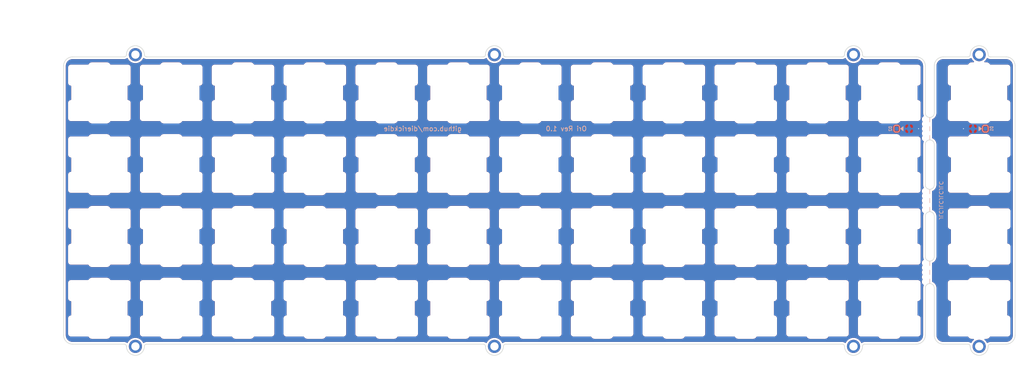
<source format=kicad_pcb>
(kicad_pcb (version 20171130) (host pcbnew "(5.1.10-1-10_14)")
  (layers (0 F.Cu signal) (31 B.Cu signal) (34 B.Paste user) (35 F.Paste user) (36 B.SilkS user) (37 F.SilkS user) (38 B.Mask user) (39 F.Mask user) (44 Edge.Cuts user))
  (net 0 "")
  (net 1 GND)
  (net 2 "Net-(D1-Pad1)")
  (net 3 GND1)
  (net 4 "Net-(D2-Pad1)")
  (module Keebio-Parts:MX_Switch_Cutout (layer F.Cu) (at 389.33601 107.1567)
    (fp_text reference U61 hide)
    (fp_text value HOLE hide)
    (pad "" np_thru_hole oval (at 7.14375 2.667) (size 1.3335 0.508) (drill oval 1.3335 0.508) (layers *.Cu *.Mask))
    (pad "" np_thru_hole oval (at -7.14375 2.667) (size 1.3335 0.508) (drill oval 1.3335 0.508) (layers *.Cu *.Mask))
    (pad "" np_thru_hole oval (at 7.14375 -2.667) (size 1.3335 0.508) (drill oval 1.3335 0.508) (layers *.Cu *.Mask))
    (pad "" np_thru_hole oval (at -7.14375 -2.667) (size 1.3335 0.508) (drill oval 1.3335 0.508) (layers *.Cu *.Mask))
    (pad "" np_thru_hole oval (at 0 6.985) (size 5.08 1.27) (drill oval 5.08 1.27) (layers *.Cu *.Mask))
    (pad "" np_thru_hole oval (at 0 -6.985) (size 5.08 1.27) (drill oval 5.08 1.27) (layers *.Cu *.Mask))
    (pad "" np_thru_hole oval (at -6.731 0) (size 0.508 5.842) (drill oval 0.508 5.842) (layers *.Cu *.Mask))
    (pad "" np_thru_hole oval (at 6.731 0) (size 0.508 5.842) (drill oval 0.508 5.842) (layers *.Cu *.Mask))
    (pad "" np_thru_hole oval (at -7.5565 4.699) (size 0.508 4.572) (drill oval 0.508 4.572) (layers *.Cu *.Mask))
    (pad "" np_thru_hole oval (at 7.5565 4.699) (size 0.508 4.572) (drill oval 0.508 4.572) (layers *.Cu *.Mask))
    (pad "" np_thru_hole oval (at 7.5565 -4.699) (size 0.508 4.572) (drill oval 0.508 4.572) (layers *.Cu *.Mask))
    (pad "" np_thru_hole oval (at -7.5565 -4.699) (size 0.508 4.572) (drill oval 0.508 4.572) (layers *.Cu *.Mask))
    (pad "" np_thru_hole oval (at 0 6.731) (size 15.5956 0.508) (drill oval 15.5956 0.508) (layers *.Cu *.Mask))
    (pad "" np_thru_hole oval (at 0 -6.731) (size 15.5956 0.508) (drill oval 15.5956 0.508) (layers *.Cu *.Mask))
  )
  (module Keebio-Parts:MX_Switch_Cutout (layer F.Cu) (at 389.361002 88.10662)
    (fp_text reference U57 hide)
    (fp_text value HOLE hide)
    (pad "" np_thru_hole oval (at 7.14375 2.667) (size 1.3335 0.508) (drill oval 1.3335 0.508) (layers *.Cu *.Mask))
    (pad "" np_thru_hole oval (at -7.14375 2.667) (size 1.3335 0.508) (drill oval 1.3335 0.508) (layers *.Cu *.Mask))
    (pad "" np_thru_hole oval (at 7.14375 -2.667) (size 1.3335 0.508) (drill oval 1.3335 0.508) (layers *.Cu *.Mask))
    (pad "" np_thru_hole oval (at -7.14375 -2.667) (size 1.3335 0.508) (drill oval 1.3335 0.508) (layers *.Cu *.Mask))
    (pad "" np_thru_hole oval (at 0 6.985) (size 5.08 1.27) (drill oval 5.08 1.27) (layers *.Cu *.Mask))
    (pad "" np_thru_hole oval (at 0 -6.985) (size 5.08 1.27) (drill oval 5.08 1.27) (layers *.Cu *.Mask))
    (pad "" np_thru_hole oval (at -6.731 0) (size 0.508 5.842) (drill oval 0.508 5.842) (layers *.Cu *.Mask))
    (pad "" np_thru_hole oval (at 6.731 0) (size 0.508 5.842) (drill oval 0.508 5.842) (layers *.Cu *.Mask))
    (pad "" np_thru_hole oval (at -7.5565 4.699) (size 0.508 4.572) (drill oval 0.508 4.572) (layers *.Cu *.Mask))
    (pad "" np_thru_hole oval (at 7.5565 4.699) (size 0.508 4.572) (drill oval 0.508 4.572) (layers *.Cu *.Mask))
    (pad "" np_thru_hole oval (at 7.5565 -4.699) (size 0.508 4.572) (drill oval 0.508 4.572) (layers *.Cu *.Mask))
    (pad "" np_thru_hole oval (at -7.5565 -4.699) (size 0.508 4.572) (drill oval 0.508 4.572) (layers *.Cu *.Mask))
    (pad "" np_thru_hole oval (at 0 6.731) (size 15.5956 0.508) (drill oval 15.5956 0.508) (layers *.Cu *.Mask))
    (pad "" np_thru_hole oval (at 0 -6.731) (size 15.5956 0.508) (drill oval 15.5956 0.508) (layers *.Cu *.Mask))
  )
  (module Keebio-Parts:MX_Switch_Cutout (layer F.Cu) (at 389.36137 69.04388)
    (fp_text reference U53 hide)
    (fp_text value HOLE hide)
    (pad "" np_thru_hole oval (at 7.14375 2.667) (size 1.3335 0.508) (drill oval 1.3335 0.508) (layers *.Cu *.Mask))
    (pad "" np_thru_hole oval (at -7.14375 2.667) (size 1.3335 0.508) (drill oval 1.3335 0.508) (layers *.Cu *.Mask))
    (pad "" np_thru_hole oval (at 7.14375 -2.667) (size 1.3335 0.508) (drill oval 1.3335 0.508) (layers *.Cu *.Mask))
    (pad "" np_thru_hole oval (at -7.14375 -2.667) (size 1.3335 0.508) (drill oval 1.3335 0.508) (layers *.Cu *.Mask))
    (pad "" np_thru_hole oval (at 0 6.985) (size 5.08 1.27) (drill oval 5.08 1.27) (layers *.Cu *.Mask))
    (pad "" np_thru_hole oval (at 0 -6.985) (size 5.08 1.27) (drill oval 5.08 1.27) (layers *.Cu *.Mask))
    (pad "" np_thru_hole oval (at -6.731 0) (size 0.508 5.842) (drill oval 0.508 5.842) (layers *.Cu *.Mask))
    (pad "" np_thru_hole oval (at 6.731 0) (size 0.508 5.842) (drill oval 0.508 5.842) (layers *.Cu *.Mask))
    (pad "" np_thru_hole oval (at -7.5565 4.699) (size 0.508 4.572) (drill oval 0.508 4.572) (layers *.Cu *.Mask))
    (pad "" np_thru_hole oval (at 7.5565 4.699) (size 0.508 4.572) (drill oval 0.508 4.572) (layers *.Cu *.Mask))
    (pad "" np_thru_hole oval (at 7.5565 -4.699) (size 0.508 4.572) (drill oval 0.508 4.572) (layers *.Cu *.Mask))
    (pad "" np_thru_hole oval (at -7.5565 -4.699) (size 0.508 4.572) (drill oval 0.508 4.572) (layers *.Cu *.Mask))
    (pad "" np_thru_hole oval (at 0 6.731) (size 15.5956 0.508) (drill oval 15.5956 0.508) (layers *.Cu *.Mask))
    (pad "" np_thru_hole oval (at 0 -6.731) (size 15.5956 0.508) (drill oval 15.5956 0.508) (layers *.Cu *.Mask))
  )
  (module Keebio-Parts:MX_Switch_Cutout (layer F.Cu) (at 389.33601 50.00646)
    (fp_text reference U49 hide)
    (fp_text value HOLE hide)
    (pad "" np_thru_hole oval (at 7.14375 2.667) (size 1.3335 0.508) (drill oval 1.3335 0.508) (layers *.Cu *.Mask))
    (pad "" np_thru_hole oval (at -7.14375 2.667) (size 1.3335 0.508) (drill oval 1.3335 0.508) (layers *.Cu *.Mask))
    (pad "" np_thru_hole oval (at 7.14375 -2.667) (size 1.3335 0.508) (drill oval 1.3335 0.508) (layers *.Cu *.Mask))
    (pad "" np_thru_hole oval (at -7.14375 -2.667) (size 1.3335 0.508) (drill oval 1.3335 0.508) (layers *.Cu *.Mask))
    (pad "" np_thru_hole oval (at 0 6.985) (size 5.08 1.27) (drill oval 5.08 1.27) (layers *.Cu *.Mask))
    (pad "" np_thru_hole oval (at 0 -6.985) (size 5.08 1.27) (drill oval 5.08 1.27) (layers *.Cu *.Mask))
    (pad "" np_thru_hole oval (at -6.731 0) (size 0.508 5.842) (drill oval 0.508 5.842) (layers *.Cu *.Mask))
    (pad "" np_thru_hole oval (at 6.731 0) (size 0.508 5.842) (drill oval 0.508 5.842) (layers *.Cu *.Mask))
    (pad "" np_thru_hole oval (at -7.5565 4.699) (size 0.508 4.572) (drill oval 0.508 4.572) (layers *.Cu *.Mask))
    (pad "" np_thru_hole oval (at 7.5565 4.699) (size 0.508 4.572) (drill oval 0.508 4.572) (layers *.Cu *.Mask))
    (pad "" np_thru_hole oval (at 7.5565 -4.699) (size 0.508 4.572) (drill oval 0.508 4.572) (layers *.Cu *.Mask))
    (pad "" np_thru_hole oval (at -7.5565 -4.699) (size 0.508 4.572) (drill oval 0.508 4.572) (layers *.Cu *.Mask))
    (pad "" np_thru_hole oval (at 0 6.731) (size 15.5956 0.508) (drill oval 15.5956 0.508) (layers *.Cu *.Mask))
    (pad "" np_thru_hole oval (at 0 -6.731) (size 15.5956 0.508) (drill oval 15.5956 0.508) (layers *.Cu *.Mask))
  )
  (module Keebio-Parts:MX_Switch_Cutout (layer F.Cu) (at 365.52341 107.1567)
    (fp_text reference U48 hide)
    (fp_text value HOLE hide)
    (pad "" np_thru_hole oval (at 7.14375 2.667) (size 1.3335 0.508) (drill oval 1.3335 0.508) (layers *.Cu *.Mask))
    (pad "" np_thru_hole oval (at -7.14375 2.667) (size 1.3335 0.508) (drill oval 1.3335 0.508) (layers *.Cu *.Mask))
    (pad "" np_thru_hole oval (at 7.14375 -2.667) (size 1.3335 0.508) (drill oval 1.3335 0.508) (layers *.Cu *.Mask))
    (pad "" np_thru_hole oval (at -7.14375 -2.667) (size 1.3335 0.508) (drill oval 1.3335 0.508) (layers *.Cu *.Mask))
    (pad "" np_thru_hole oval (at 0 6.985) (size 5.08 1.27) (drill oval 5.08 1.27) (layers *.Cu *.Mask))
    (pad "" np_thru_hole oval (at 0 -6.985) (size 5.08 1.27) (drill oval 5.08 1.27) (layers *.Cu *.Mask))
    (pad "" np_thru_hole oval (at -6.731 0) (size 0.508 5.842) (drill oval 0.508 5.842) (layers *.Cu *.Mask))
    (pad "" np_thru_hole oval (at 6.731 0) (size 0.508 5.842) (drill oval 0.508 5.842) (layers *.Cu *.Mask))
    (pad "" np_thru_hole oval (at -7.5565 4.699) (size 0.508 4.572) (drill oval 0.508 4.572) (layers *.Cu *.Mask))
    (pad "" np_thru_hole oval (at 7.5565 4.699) (size 0.508 4.572) (drill oval 0.508 4.572) (layers *.Cu *.Mask))
    (pad "" np_thru_hole oval (at 7.5565 -4.699) (size 0.508 4.572) (drill oval 0.508 4.572) (layers *.Cu *.Mask))
    (pad "" np_thru_hole oval (at -7.5565 -4.699) (size 0.508 4.572) (drill oval 0.508 4.572) (layers *.Cu *.Mask))
    (pad "" np_thru_hole oval (at 0 6.731) (size 15.5956 0.508) (drill oval 15.5956 0.508) (layers *.Cu *.Mask))
    (pad "" np_thru_hole oval (at 0 -6.731) (size 15.5956 0.508) (drill oval 15.5956 0.508) (layers *.Cu *.Mask))
  )
  (module Keebio-Parts:MX_Switch_Cutout (layer F.Cu) (at 346.47333 107.16)
    (fp_text reference U47 hide)
    (fp_text value HOLE hide)
    (pad "" np_thru_hole oval (at 7.14375 2.667) (size 1.3335 0.508) (drill oval 1.3335 0.508) (layers *.Cu *.Mask))
    (pad "" np_thru_hole oval (at -7.14375 2.667) (size 1.3335 0.508) (drill oval 1.3335 0.508) (layers *.Cu *.Mask))
    (pad "" np_thru_hole oval (at 7.14375 -2.667) (size 1.3335 0.508) (drill oval 1.3335 0.508) (layers *.Cu *.Mask))
    (pad "" np_thru_hole oval (at -7.14375 -2.667) (size 1.3335 0.508) (drill oval 1.3335 0.508) (layers *.Cu *.Mask))
    (pad "" np_thru_hole oval (at 0 6.985) (size 5.08 1.27) (drill oval 5.08 1.27) (layers *.Cu *.Mask))
    (pad "" np_thru_hole oval (at 0 -6.985) (size 5.08 1.27) (drill oval 5.08 1.27) (layers *.Cu *.Mask))
    (pad "" np_thru_hole oval (at -6.731 0) (size 0.508 5.842) (drill oval 0.508 5.842) (layers *.Cu *.Mask))
    (pad "" np_thru_hole oval (at 6.731 0) (size 0.508 5.842) (drill oval 0.508 5.842) (layers *.Cu *.Mask))
    (pad "" np_thru_hole oval (at -7.5565 4.699) (size 0.508 4.572) (drill oval 0.508 4.572) (layers *.Cu *.Mask))
    (pad "" np_thru_hole oval (at 7.5565 4.699) (size 0.508 4.572) (drill oval 0.508 4.572) (layers *.Cu *.Mask))
    (pad "" np_thru_hole oval (at 7.5565 -4.699) (size 0.508 4.572) (drill oval 0.508 4.572) (layers *.Cu *.Mask))
    (pad "" np_thru_hole oval (at -7.5565 -4.699) (size 0.508 4.572) (drill oval 0.508 4.572) (layers *.Cu *.Mask))
    (pad "" np_thru_hole oval (at 0 6.731) (size 15.5956 0.508) (drill oval 15.5956 0.508) (layers *.Cu *.Mask))
    (pad "" np_thru_hole oval (at 0 -6.731) (size 15.5956 0.508) (drill oval 15.5956 0.508) (layers *.Cu *.Mask))
  )
  (module Keebio-Parts:MX_Switch_Cutout (layer F.Cu) (at 327.42325 107.1567)
    (fp_text reference U46 hide)
    (fp_text value HOLE hide)
    (pad "" np_thru_hole oval (at 7.14375 2.667) (size 1.3335 0.508) (drill oval 1.3335 0.508) (layers *.Cu *.Mask))
    (pad "" np_thru_hole oval (at -7.14375 2.667) (size 1.3335 0.508) (drill oval 1.3335 0.508) (layers *.Cu *.Mask))
    (pad "" np_thru_hole oval (at 7.14375 -2.667) (size 1.3335 0.508) (drill oval 1.3335 0.508) (layers *.Cu *.Mask))
    (pad "" np_thru_hole oval (at -7.14375 -2.667) (size 1.3335 0.508) (drill oval 1.3335 0.508) (layers *.Cu *.Mask))
    (pad "" np_thru_hole oval (at 0 6.985) (size 5.08 1.27) (drill oval 5.08 1.27) (layers *.Cu *.Mask))
    (pad "" np_thru_hole oval (at 0 -6.985) (size 5.08 1.27) (drill oval 5.08 1.27) (layers *.Cu *.Mask))
    (pad "" np_thru_hole oval (at -6.731 0) (size 0.508 5.842) (drill oval 0.508 5.842) (layers *.Cu *.Mask))
    (pad "" np_thru_hole oval (at 6.731 0) (size 0.508 5.842) (drill oval 0.508 5.842) (layers *.Cu *.Mask))
    (pad "" np_thru_hole oval (at -7.5565 4.699) (size 0.508 4.572) (drill oval 0.508 4.572) (layers *.Cu *.Mask))
    (pad "" np_thru_hole oval (at 7.5565 4.699) (size 0.508 4.572) (drill oval 0.508 4.572) (layers *.Cu *.Mask))
    (pad "" np_thru_hole oval (at 7.5565 -4.699) (size 0.508 4.572) (drill oval 0.508 4.572) (layers *.Cu *.Mask))
    (pad "" np_thru_hole oval (at -7.5565 -4.699) (size 0.508 4.572) (drill oval 0.508 4.572) (layers *.Cu *.Mask))
    (pad "" np_thru_hole oval (at 0 6.731) (size 15.5956 0.508) (drill oval 15.5956 0.508) (layers *.Cu *.Mask))
    (pad "" np_thru_hole oval (at 0 -6.731) (size 15.5956 0.508) (drill oval 15.5956 0.508) (layers *.Cu *.Mask))
  )
  (module Keebio-Parts:MX_Switch_Cutout (layer F.Cu) (at 308.37317 107.1567)
    (fp_text reference U45 hide)
    (fp_text value HOLE hide)
    (pad "" np_thru_hole oval (at 7.14375 2.667) (size 1.3335 0.508) (drill oval 1.3335 0.508) (layers *.Cu *.Mask))
    (pad "" np_thru_hole oval (at -7.14375 2.667) (size 1.3335 0.508) (drill oval 1.3335 0.508) (layers *.Cu *.Mask))
    (pad "" np_thru_hole oval (at 7.14375 -2.667) (size 1.3335 0.508) (drill oval 1.3335 0.508) (layers *.Cu *.Mask))
    (pad "" np_thru_hole oval (at -7.14375 -2.667) (size 1.3335 0.508) (drill oval 1.3335 0.508) (layers *.Cu *.Mask))
    (pad "" np_thru_hole oval (at 0 6.985) (size 5.08 1.27) (drill oval 5.08 1.27) (layers *.Cu *.Mask))
    (pad "" np_thru_hole oval (at 0 -6.985) (size 5.08 1.27) (drill oval 5.08 1.27) (layers *.Cu *.Mask))
    (pad "" np_thru_hole oval (at -6.731 0) (size 0.508 5.842) (drill oval 0.508 5.842) (layers *.Cu *.Mask))
    (pad "" np_thru_hole oval (at 6.731 0) (size 0.508 5.842) (drill oval 0.508 5.842) (layers *.Cu *.Mask))
    (pad "" np_thru_hole oval (at -7.5565 4.699) (size 0.508 4.572) (drill oval 0.508 4.572) (layers *.Cu *.Mask))
    (pad "" np_thru_hole oval (at 7.5565 4.699) (size 0.508 4.572) (drill oval 0.508 4.572) (layers *.Cu *.Mask))
    (pad "" np_thru_hole oval (at 7.5565 -4.699) (size 0.508 4.572) (drill oval 0.508 4.572) (layers *.Cu *.Mask))
    (pad "" np_thru_hole oval (at -7.5565 -4.699) (size 0.508 4.572) (drill oval 0.508 4.572) (layers *.Cu *.Mask))
    (pad "" np_thru_hole oval (at 0 6.731) (size 15.5956 0.508) (drill oval 15.5956 0.508) (layers *.Cu *.Mask))
    (pad "" np_thru_hole oval (at 0 -6.731) (size 15.5956 0.508) (drill oval 15.5956 0.508) (layers *.Cu *.Mask))
  )
  (module Keebio-Parts:MX_Switch_Cutout (layer F.Cu) (at 289.32309 107.1567)
    (fp_text reference U44 hide)
    (fp_text value HOLE hide)
    (pad "" np_thru_hole oval (at 7.14375 2.667) (size 1.3335 0.508) (drill oval 1.3335 0.508) (layers *.Cu *.Mask))
    (pad "" np_thru_hole oval (at -7.14375 2.667) (size 1.3335 0.508) (drill oval 1.3335 0.508) (layers *.Cu *.Mask))
    (pad "" np_thru_hole oval (at 7.14375 -2.667) (size 1.3335 0.508) (drill oval 1.3335 0.508) (layers *.Cu *.Mask))
    (pad "" np_thru_hole oval (at -7.14375 -2.667) (size 1.3335 0.508) (drill oval 1.3335 0.508) (layers *.Cu *.Mask))
    (pad "" np_thru_hole oval (at 0 6.985) (size 5.08 1.27) (drill oval 5.08 1.27) (layers *.Cu *.Mask))
    (pad "" np_thru_hole oval (at 0 -6.985) (size 5.08 1.27) (drill oval 5.08 1.27) (layers *.Cu *.Mask))
    (pad "" np_thru_hole oval (at -6.731 0) (size 0.508 5.842) (drill oval 0.508 5.842) (layers *.Cu *.Mask))
    (pad "" np_thru_hole oval (at 6.731 0) (size 0.508 5.842) (drill oval 0.508 5.842) (layers *.Cu *.Mask))
    (pad "" np_thru_hole oval (at -7.5565 4.699) (size 0.508 4.572) (drill oval 0.508 4.572) (layers *.Cu *.Mask))
    (pad "" np_thru_hole oval (at 7.5565 4.699) (size 0.508 4.572) (drill oval 0.508 4.572) (layers *.Cu *.Mask))
    (pad "" np_thru_hole oval (at 7.5565 -4.699) (size 0.508 4.572) (drill oval 0.508 4.572) (layers *.Cu *.Mask))
    (pad "" np_thru_hole oval (at -7.5565 -4.699) (size 0.508 4.572) (drill oval 0.508 4.572) (layers *.Cu *.Mask))
    (pad "" np_thru_hole oval (at 0 6.731) (size 15.5956 0.508) (drill oval 15.5956 0.508) (layers *.Cu *.Mask))
    (pad "" np_thru_hole oval (at 0 -6.731) (size 15.5956 0.508) (drill oval 15.5956 0.508) (layers *.Cu *.Mask))
  )
  (module Keebio-Parts:MX_Switch_Cutout (layer F.Cu) (at 270.27301 107.1567)
    (fp_text reference U43 hide)
    (fp_text value HOLE hide)
    (pad "" np_thru_hole oval (at 7.14375 2.667) (size 1.3335 0.508) (drill oval 1.3335 0.508) (layers *.Cu *.Mask))
    (pad "" np_thru_hole oval (at -7.14375 2.667) (size 1.3335 0.508) (drill oval 1.3335 0.508) (layers *.Cu *.Mask))
    (pad "" np_thru_hole oval (at 7.14375 -2.667) (size 1.3335 0.508) (drill oval 1.3335 0.508) (layers *.Cu *.Mask))
    (pad "" np_thru_hole oval (at -7.14375 -2.667) (size 1.3335 0.508) (drill oval 1.3335 0.508) (layers *.Cu *.Mask))
    (pad "" np_thru_hole oval (at 0 6.985) (size 5.08 1.27) (drill oval 5.08 1.27) (layers *.Cu *.Mask))
    (pad "" np_thru_hole oval (at 0 -6.985) (size 5.08 1.27) (drill oval 5.08 1.27) (layers *.Cu *.Mask))
    (pad "" np_thru_hole oval (at -6.731 0) (size 0.508 5.842) (drill oval 0.508 5.842) (layers *.Cu *.Mask))
    (pad "" np_thru_hole oval (at 6.731 0) (size 0.508 5.842) (drill oval 0.508 5.842) (layers *.Cu *.Mask))
    (pad "" np_thru_hole oval (at -7.5565 4.699) (size 0.508 4.572) (drill oval 0.508 4.572) (layers *.Cu *.Mask))
    (pad "" np_thru_hole oval (at 7.5565 4.699) (size 0.508 4.572) (drill oval 0.508 4.572) (layers *.Cu *.Mask))
    (pad "" np_thru_hole oval (at 7.5565 -4.699) (size 0.508 4.572) (drill oval 0.508 4.572) (layers *.Cu *.Mask))
    (pad "" np_thru_hole oval (at -7.5565 -4.699) (size 0.508 4.572) (drill oval 0.508 4.572) (layers *.Cu *.Mask))
    (pad "" np_thru_hole oval (at 0 6.731) (size 15.5956 0.508) (drill oval 15.5956 0.508) (layers *.Cu *.Mask))
    (pad "" np_thru_hole oval (at 0 -6.731) (size 15.5956 0.508) (drill oval 15.5956 0.508) (layers *.Cu *.Mask))
  )
  (module Keebio-Parts:MX_Switch_Cutout (layer F.Cu) (at 251.22293 107.1567)
    (fp_text reference U42 hide)
    (fp_text value HOLE hide)
    (pad "" np_thru_hole oval (at 7.14375 2.667) (size 1.3335 0.508) (drill oval 1.3335 0.508) (layers *.Cu *.Mask))
    (pad "" np_thru_hole oval (at -7.14375 2.667) (size 1.3335 0.508) (drill oval 1.3335 0.508) (layers *.Cu *.Mask))
    (pad "" np_thru_hole oval (at 7.14375 -2.667) (size 1.3335 0.508) (drill oval 1.3335 0.508) (layers *.Cu *.Mask))
    (pad "" np_thru_hole oval (at -7.14375 -2.667) (size 1.3335 0.508) (drill oval 1.3335 0.508) (layers *.Cu *.Mask))
    (pad "" np_thru_hole oval (at 0 6.985) (size 5.08 1.27) (drill oval 5.08 1.27) (layers *.Cu *.Mask))
    (pad "" np_thru_hole oval (at 0 -6.985) (size 5.08 1.27) (drill oval 5.08 1.27) (layers *.Cu *.Mask))
    (pad "" np_thru_hole oval (at -6.731 0) (size 0.508 5.842) (drill oval 0.508 5.842) (layers *.Cu *.Mask))
    (pad "" np_thru_hole oval (at 6.731 0) (size 0.508 5.842) (drill oval 0.508 5.842) (layers *.Cu *.Mask))
    (pad "" np_thru_hole oval (at -7.5565 4.699) (size 0.508 4.572) (drill oval 0.508 4.572) (layers *.Cu *.Mask))
    (pad "" np_thru_hole oval (at 7.5565 4.699) (size 0.508 4.572) (drill oval 0.508 4.572) (layers *.Cu *.Mask))
    (pad "" np_thru_hole oval (at 7.5565 -4.699) (size 0.508 4.572) (drill oval 0.508 4.572) (layers *.Cu *.Mask))
    (pad "" np_thru_hole oval (at -7.5565 -4.699) (size 0.508 4.572) (drill oval 0.508 4.572) (layers *.Cu *.Mask))
    (pad "" np_thru_hole oval (at 0 6.731) (size 15.5956 0.508) (drill oval 15.5956 0.508) (layers *.Cu *.Mask))
    (pad "" np_thru_hole oval (at 0 -6.731) (size 15.5956 0.508) (drill oval 15.5956 0.508) (layers *.Cu *.Mask))
  )
  (module Keebio-Parts:MX_Switch_Cutout (layer F.Cu) (at 232.17285 107.1567)
    (fp_text reference U41 hide)
    (fp_text value HOLE hide)
    (pad "" np_thru_hole oval (at 7.14375 2.667) (size 1.3335 0.508) (drill oval 1.3335 0.508) (layers *.Cu *.Mask))
    (pad "" np_thru_hole oval (at -7.14375 2.667) (size 1.3335 0.508) (drill oval 1.3335 0.508) (layers *.Cu *.Mask))
    (pad "" np_thru_hole oval (at 7.14375 -2.667) (size 1.3335 0.508) (drill oval 1.3335 0.508) (layers *.Cu *.Mask))
    (pad "" np_thru_hole oval (at -7.14375 -2.667) (size 1.3335 0.508) (drill oval 1.3335 0.508) (layers *.Cu *.Mask))
    (pad "" np_thru_hole oval (at 0 6.985) (size 5.08 1.27) (drill oval 5.08 1.27) (layers *.Cu *.Mask))
    (pad "" np_thru_hole oval (at 0 -6.985) (size 5.08 1.27) (drill oval 5.08 1.27) (layers *.Cu *.Mask))
    (pad "" np_thru_hole oval (at -6.731 0) (size 0.508 5.842) (drill oval 0.508 5.842) (layers *.Cu *.Mask))
    (pad "" np_thru_hole oval (at 6.731 0) (size 0.508 5.842) (drill oval 0.508 5.842) (layers *.Cu *.Mask))
    (pad "" np_thru_hole oval (at -7.5565 4.699) (size 0.508 4.572) (drill oval 0.508 4.572) (layers *.Cu *.Mask))
    (pad "" np_thru_hole oval (at 7.5565 4.699) (size 0.508 4.572) (drill oval 0.508 4.572) (layers *.Cu *.Mask))
    (pad "" np_thru_hole oval (at 7.5565 -4.699) (size 0.508 4.572) (drill oval 0.508 4.572) (layers *.Cu *.Mask))
    (pad "" np_thru_hole oval (at -7.5565 -4.699) (size 0.508 4.572) (drill oval 0.508 4.572) (layers *.Cu *.Mask))
    (pad "" np_thru_hole oval (at 0 6.731) (size 15.5956 0.508) (drill oval 15.5956 0.508) (layers *.Cu *.Mask))
    (pad "" np_thru_hole oval (at 0 -6.731) (size 15.5956 0.508) (drill oval 15.5956 0.508) (layers *.Cu *.Mask))
  )
  (module Keebio-Parts:MX_Switch_Cutout (layer F.Cu) (at 213.12277 107.1567)
    (fp_text reference U40 hide)
    (fp_text value HOLE hide)
    (pad "" np_thru_hole oval (at 7.14375 2.667) (size 1.3335 0.508) (drill oval 1.3335 0.508) (layers *.Cu *.Mask))
    (pad "" np_thru_hole oval (at -7.14375 2.667) (size 1.3335 0.508) (drill oval 1.3335 0.508) (layers *.Cu *.Mask))
    (pad "" np_thru_hole oval (at 7.14375 -2.667) (size 1.3335 0.508) (drill oval 1.3335 0.508) (layers *.Cu *.Mask))
    (pad "" np_thru_hole oval (at -7.14375 -2.667) (size 1.3335 0.508) (drill oval 1.3335 0.508) (layers *.Cu *.Mask))
    (pad "" np_thru_hole oval (at 0 6.985) (size 5.08 1.27) (drill oval 5.08 1.27) (layers *.Cu *.Mask))
    (pad "" np_thru_hole oval (at 0 -6.985) (size 5.08 1.27) (drill oval 5.08 1.27) (layers *.Cu *.Mask))
    (pad "" np_thru_hole oval (at -6.731 0) (size 0.508 5.842) (drill oval 0.508 5.842) (layers *.Cu *.Mask))
    (pad "" np_thru_hole oval (at 6.731 0) (size 0.508 5.842) (drill oval 0.508 5.842) (layers *.Cu *.Mask))
    (pad "" np_thru_hole oval (at -7.5565 4.699) (size 0.508 4.572) (drill oval 0.508 4.572) (layers *.Cu *.Mask))
    (pad "" np_thru_hole oval (at 7.5565 4.699) (size 0.508 4.572) (drill oval 0.508 4.572) (layers *.Cu *.Mask))
    (pad "" np_thru_hole oval (at 7.5565 -4.699) (size 0.508 4.572) (drill oval 0.508 4.572) (layers *.Cu *.Mask))
    (pad "" np_thru_hole oval (at -7.5565 -4.699) (size 0.508 4.572) (drill oval 0.508 4.572) (layers *.Cu *.Mask))
    (pad "" np_thru_hole oval (at 0 6.731) (size 15.5956 0.508) (drill oval 15.5956 0.508) (layers *.Cu *.Mask))
    (pad "" np_thru_hole oval (at 0 -6.731) (size 15.5956 0.508) (drill oval 15.5956 0.508) (layers *.Cu *.Mask))
  )
  (module Keebio-Parts:MX_Switch_Cutout (layer F.Cu) (at 194.07269 107.1567)
    (fp_text reference U39 hide)
    (fp_text value HOLE hide)
    (pad "" np_thru_hole oval (at 7.14375 2.667) (size 1.3335 0.508) (drill oval 1.3335 0.508) (layers *.Cu *.Mask))
    (pad "" np_thru_hole oval (at -7.14375 2.667) (size 1.3335 0.508) (drill oval 1.3335 0.508) (layers *.Cu *.Mask))
    (pad "" np_thru_hole oval (at 7.14375 -2.667) (size 1.3335 0.508) (drill oval 1.3335 0.508) (layers *.Cu *.Mask))
    (pad "" np_thru_hole oval (at -7.14375 -2.667) (size 1.3335 0.508) (drill oval 1.3335 0.508) (layers *.Cu *.Mask))
    (pad "" np_thru_hole oval (at 0 6.985) (size 5.08 1.27) (drill oval 5.08 1.27) (layers *.Cu *.Mask))
    (pad "" np_thru_hole oval (at 0 -6.985) (size 5.08 1.27) (drill oval 5.08 1.27) (layers *.Cu *.Mask))
    (pad "" np_thru_hole oval (at -6.731 0) (size 0.508 5.842) (drill oval 0.508 5.842) (layers *.Cu *.Mask))
    (pad "" np_thru_hole oval (at 6.731 0) (size 0.508 5.842) (drill oval 0.508 5.842) (layers *.Cu *.Mask))
    (pad "" np_thru_hole oval (at -7.5565 4.699) (size 0.508 4.572) (drill oval 0.508 4.572) (layers *.Cu *.Mask))
    (pad "" np_thru_hole oval (at 7.5565 4.699) (size 0.508 4.572) (drill oval 0.508 4.572) (layers *.Cu *.Mask))
    (pad "" np_thru_hole oval (at 7.5565 -4.699) (size 0.508 4.572) (drill oval 0.508 4.572) (layers *.Cu *.Mask))
    (pad "" np_thru_hole oval (at -7.5565 -4.699) (size 0.508 4.572) (drill oval 0.508 4.572) (layers *.Cu *.Mask))
    (pad "" np_thru_hole oval (at 0 6.731) (size 15.5956 0.508) (drill oval 15.5956 0.508) (layers *.Cu *.Mask))
    (pad "" np_thru_hole oval (at 0 -6.731) (size 15.5956 0.508) (drill oval 15.5956 0.508) (layers *.Cu *.Mask))
  )
  (module Keebio-Parts:MX_Switch_Cutout (layer F.Cu) (at 175.02261 107.1567)
    (fp_text reference U38 hide)
    (fp_text value HOLE hide)
    (pad "" np_thru_hole oval (at 7.14375 2.667) (size 1.3335 0.508) (drill oval 1.3335 0.508) (layers *.Cu *.Mask))
    (pad "" np_thru_hole oval (at -7.14375 2.667) (size 1.3335 0.508) (drill oval 1.3335 0.508) (layers *.Cu *.Mask))
    (pad "" np_thru_hole oval (at 7.14375 -2.667) (size 1.3335 0.508) (drill oval 1.3335 0.508) (layers *.Cu *.Mask))
    (pad "" np_thru_hole oval (at -7.14375 -2.667) (size 1.3335 0.508) (drill oval 1.3335 0.508) (layers *.Cu *.Mask))
    (pad "" np_thru_hole oval (at 0 6.985) (size 5.08 1.27) (drill oval 5.08 1.27) (layers *.Cu *.Mask))
    (pad "" np_thru_hole oval (at 0 -6.985) (size 5.08 1.27) (drill oval 5.08 1.27) (layers *.Cu *.Mask))
    (pad "" np_thru_hole oval (at -6.731 0) (size 0.508 5.842) (drill oval 0.508 5.842) (layers *.Cu *.Mask))
    (pad "" np_thru_hole oval (at 6.731 0) (size 0.508 5.842) (drill oval 0.508 5.842) (layers *.Cu *.Mask))
    (pad "" np_thru_hole oval (at -7.5565 4.699) (size 0.508 4.572) (drill oval 0.508 4.572) (layers *.Cu *.Mask))
    (pad "" np_thru_hole oval (at 7.5565 4.699) (size 0.508 4.572) (drill oval 0.508 4.572) (layers *.Cu *.Mask))
    (pad "" np_thru_hole oval (at 7.5565 -4.699) (size 0.508 4.572) (drill oval 0.508 4.572) (layers *.Cu *.Mask))
    (pad "" np_thru_hole oval (at -7.5565 -4.699) (size 0.508 4.572) (drill oval 0.508 4.572) (layers *.Cu *.Mask))
    (pad "" np_thru_hole oval (at 0 6.731) (size 15.5956 0.508) (drill oval 15.5956 0.508) (layers *.Cu *.Mask))
    (pad "" np_thru_hole oval (at 0 -6.731) (size 15.5956 0.508) (drill oval 15.5956 0.508) (layers *.Cu *.Mask))
  )
  (module Keebio-Parts:MX_Switch_Cutout (layer F.Cu) (at 155.97253 107.1567)
    (fp_text reference U37 hide)
    (fp_text value HOLE hide)
    (pad "" np_thru_hole oval (at 7.14375 2.667) (size 1.3335 0.508) (drill oval 1.3335 0.508) (layers *.Cu *.Mask))
    (pad "" np_thru_hole oval (at -7.14375 2.667) (size 1.3335 0.508) (drill oval 1.3335 0.508) (layers *.Cu *.Mask))
    (pad "" np_thru_hole oval (at 7.14375 -2.667) (size 1.3335 0.508) (drill oval 1.3335 0.508) (layers *.Cu *.Mask))
    (pad "" np_thru_hole oval (at -7.14375 -2.667) (size 1.3335 0.508) (drill oval 1.3335 0.508) (layers *.Cu *.Mask))
    (pad "" np_thru_hole oval (at 0 6.985) (size 5.08 1.27) (drill oval 5.08 1.27) (layers *.Cu *.Mask))
    (pad "" np_thru_hole oval (at 0 -6.985) (size 5.08 1.27) (drill oval 5.08 1.27) (layers *.Cu *.Mask))
    (pad "" np_thru_hole oval (at -6.731 0) (size 0.508 5.842) (drill oval 0.508 5.842) (layers *.Cu *.Mask))
    (pad "" np_thru_hole oval (at 6.731 0) (size 0.508 5.842) (drill oval 0.508 5.842) (layers *.Cu *.Mask))
    (pad "" np_thru_hole oval (at -7.5565 4.699) (size 0.508 4.572) (drill oval 0.508 4.572) (layers *.Cu *.Mask))
    (pad "" np_thru_hole oval (at 7.5565 4.699) (size 0.508 4.572) (drill oval 0.508 4.572) (layers *.Cu *.Mask))
    (pad "" np_thru_hole oval (at 7.5565 -4.699) (size 0.508 4.572) (drill oval 0.508 4.572) (layers *.Cu *.Mask))
    (pad "" np_thru_hole oval (at -7.5565 -4.699) (size 0.508 4.572) (drill oval 0.508 4.572) (layers *.Cu *.Mask))
    (pad "" np_thru_hole oval (at 0 6.731) (size 15.5956 0.508) (drill oval 15.5956 0.508) (layers *.Cu *.Mask))
    (pad "" np_thru_hole oval (at 0 -6.731) (size 15.5956 0.508) (drill oval 15.5956 0.508) (layers *.Cu *.Mask))
  )
  (module Keebio-Parts:MX_Switch_Cutout (layer F.Cu) (at 365.52341 88.10662)
    (fp_text reference U36 hide)
    (fp_text value HOLE hide)
    (pad "" np_thru_hole oval (at 7.14375 2.667) (size 1.3335 0.508) (drill oval 1.3335 0.508) (layers *.Cu *.Mask))
    (pad "" np_thru_hole oval (at -7.14375 2.667) (size 1.3335 0.508) (drill oval 1.3335 0.508) (layers *.Cu *.Mask))
    (pad "" np_thru_hole oval (at 7.14375 -2.667) (size 1.3335 0.508) (drill oval 1.3335 0.508) (layers *.Cu *.Mask))
    (pad "" np_thru_hole oval (at -7.14375 -2.667) (size 1.3335 0.508) (drill oval 1.3335 0.508) (layers *.Cu *.Mask))
    (pad "" np_thru_hole oval (at 0 6.985) (size 5.08 1.27) (drill oval 5.08 1.27) (layers *.Cu *.Mask))
    (pad "" np_thru_hole oval (at 0 -6.985) (size 5.08 1.27) (drill oval 5.08 1.27) (layers *.Cu *.Mask))
    (pad "" np_thru_hole oval (at -6.731 0) (size 0.508 5.842) (drill oval 0.508 5.842) (layers *.Cu *.Mask))
    (pad "" np_thru_hole oval (at 6.731 0) (size 0.508 5.842) (drill oval 0.508 5.842) (layers *.Cu *.Mask))
    (pad "" np_thru_hole oval (at -7.5565 4.699) (size 0.508 4.572) (drill oval 0.508 4.572) (layers *.Cu *.Mask))
    (pad "" np_thru_hole oval (at 7.5565 4.699) (size 0.508 4.572) (drill oval 0.508 4.572) (layers *.Cu *.Mask))
    (pad "" np_thru_hole oval (at 7.5565 -4.699) (size 0.508 4.572) (drill oval 0.508 4.572) (layers *.Cu *.Mask))
    (pad "" np_thru_hole oval (at -7.5565 -4.699) (size 0.508 4.572) (drill oval 0.508 4.572) (layers *.Cu *.Mask))
    (pad "" np_thru_hole oval (at 0 6.731) (size 15.5956 0.508) (drill oval 15.5956 0.508) (layers *.Cu *.Mask))
    (pad "" np_thru_hole oval (at 0 -6.731) (size 15.5956 0.508) (drill oval 15.5956 0.508) (layers *.Cu *.Mask))
  )
  (module Keebio-Parts:MX_Switch_Cutout (layer F.Cu) (at 346.47333 88.10662)
    (fp_text reference U35 hide)
    (fp_text value HOLE hide)
    (pad "" np_thru_hole oval (at 7.14375 2.667) (size 1.3335 0.508) (drill oval 1.3335 0.508) (layers *.Cu *.Mask))
    (pad "" np_thru_hole oval (at -7.14375 2.667) (size 1.3335 0.508) (drill oval 1.3335 0.508) (layers *.Cu *.Mask))
    (pad "" np_thru_hole oval (at 7.14375 -2.667) (size 1.3335 0.508) (drill oval 1.3335 0.508) (layers *.Cu *.Mask))
    (pad "" np_thru_hole oval (at -7.14375 -2.667) (size 1.3335 0.508) (drill oval 1.3335 0.508) (layers *.Cu *.Mask))
    (pad "" np_thru_hole oval (at 0 6.985) (size 5.08 1.27) (drill oval 5.08 1.27) (layers *.Cu *.Mask))
    (pad "" np_thru_hole oval (at 0 -6.985) (size 5.08 1.27) (drill oval 5.08 1.27) (layers *.Cu *.Mask))
    (pad "" np_thru_hole oval (at -6.731 0) (size 0.508 5.842) (drill oval 0.508 5.842) (layers *.Cu *.Mask))
    (pad "" np_thru_hole oval (at 6.731 0) (size 0.508 5.842) (drill oval 0.508 5.842) (layers *.Cu *.Mask))
    (pad "" np_thru_hole oval (at -7.5565 4.699) (size 0.508 4.572) (drill oval 0.508 4.572) (layers *.Cu *.Mask))
    (pad "" np_thru_hole oval (at 7.5565 4.699) (size 0.508 4.572) (drill oval 0.508 4.572) (layers *.Cu *.Mask))
    (pad "" np_thru_hole oval (at 7.5565 -4.699) (size 0.508 4.572) (drill oval 0.508 4.572) (layers *.Cu *.Mask))
    (pad "" np_thru_hole oval (at -7.5565 -4.699) (size 0.508 4.572) (drill oval 0.508 4.572) (layers *.Cu *.Mask))
    (pad "" np_thru_hole oval (at 0 6.731) (size 15.5956 0.508) (drill oval 15.5956 0.508) (layers *.Cu *.Mask))
    (pad "" np_thru_hole oval (at 0 -6.731) (size 15.5956 0.508) (drill oval 15.5956 0.508) (layers *.Cu *.Mask))
  )
  (module Keebio-Parts:MX_Switch_Cutout (layer F.Cu) (at 327.42325 88.10662)
    (fp_text reference U34 hide)
    (fp_text value HOLE hide)
    (pad "" np_thru_hole oval (at 7.14375 2.667) (size 1.3335 0.508) (drill oval 1.3335 0.508) (layers *.Cu *.Mask))
    (pad "" np_thru_hole oval (at -7.14375 2.667) (size 1.3335 0.508) (drill oval 1.3335 0.508) (layers *.Cu *.Mask))
    (pad "" np_thru_hole oval (at 7.14375 -2.667) (size 1.3335 0.508) (drill oval 1.3335 0.508) (layers *.Cu *.Mask))
    (pad "" np_thru_hole oval (at -7.14375 -2.667) (size 1.3335 0.508) (drill oval 1.3335 0.508) (layers *.Cu *.Mask))
    (pad "" np_thru_hole oval (at 0 6.985) (size 5.08 1.27) (drill oval 5.08 1.27) (layers *.Cu *.Mask))
    (pad "" np_thru_hole oval (at 0 -6.985) (size 5.08 1.27) (drill oval 5.08 1.27) (layers *.Cu *.Mask))
    (pad "" np_thru_hole oval (at -6.731 0) (size 0.508 5.842) (drill oval 0.508 5.842) (layers *.Cu *.Mask))
    (pad "" np_thru_hole oval (at 6.731 0) (size 0.508 5.842) (drill oval 0.508 5.842) (layers *.Cu *.Mask))
    (pad "" np_thru_hole oval (at -7.5565 4.699) (size 0.508 4.572) (drill oval 0.508 4.572) (layers *.Cu *.Mask))
    (pad "" np_thru_hole oval (at 7.5565 4.699) (size 0.508 4.572) (drill oval 0.508 4.572) (layers *.Cu *.Mask))
    (pad "" np_thru_hole oval (at 7.5565 -4.699) (size 0.508 4.572) (drill oval 0.508 4.572) (layers *.Cu *.Mask))
    (pad "" np_thru_hole oval (at -7.5565 -4.699) (size 0.508 4.572) (drill oval 0.508 4.572) (layers *.Cu *.Mask))
    (pad "" np_thru_hole oval (at 0 6.731) (size 15.5956 0.508) (drill oval 15.5956 0.508) (layers *.Cu *.Mask))
    (pad "" np_thru_hole oval (at 0 -6.731) (size 15.5956 0.508) (drill oval 15.5956 0.508) (layers *.Cu *.Mask))
  )
  (module Keebio-Parts:MX_Switch_Cutout (layer F.Cu) (at 308.37317 88.10662)
    (fp_text reference U33 hide)
    (fp_text value HOLE hide)
    (pad "" np_thru_hole oval (at 7.14375 2.667) (size 1.3335 0.508) (drill oval 1.3335 0.508) (layers *.Cu *.Mask))
    (pad "" np_thru_hole oval (at -7.14375 2.667) (size 1.3335 0.508) (drill oval 1.3335 0.508) (layers *.Cu *.Mask))
    (pad "" np_thru_hole oval (at 7.14375 -2.667) (size 1.3335 0.508) (drill oval 1.3335 0.508) (layers *.Cu *.Mask))
    (pad "" np_thru_hole oval (at -7.14375 -2.667) (size 1.3335 0.508) (drill oval 1.3335 0.508) (layers *.Cu *.Mask))
    (pad "" np_thru_hole oval (at 0 6.985) (size 5.08 1.27) (drill oval 5.08 1.27) (layers *.Cu *.Mask))
    (pad "" np_thru_hole oval (at 0 -6.985) (size 5.08 1.27) (drill oval 5.08 1.27) (layers *.Cu *.Mask))
    (pad "" np_thru_hole oval (at -6.731 0) (size 0.508 5.842) (drill oval 0.508 5.842) (layers *.Cu *.Mask))
    (pad "" np_thru_hole oval (at 6.731 0) (size 0.508 5.842) (drill oval 0.508 5.842) (layers *.Cu *.Mask))
    (pad "" np_thru_hole oval (at -7.5565 4.699) (size 0.508 4.572) (drill oval 0.508 4.572) (layers *.Cu *.Mask))
    (pad "" np_thru_hole oval (at 7.5565 4.699) (size 0.508 4.572) (drill oval 0.508 4.572) (layers *.Cu *.Mask))
    (pad "" np_thru_hole oval (at 7.5565 -4.699) (size 0.508 4.572) (drill oval 0.508 4.572) (layers *.Cu *.Mask))
    (pad "" np_thru_hole oval (at -7.5565 -4.699) (size 0.508 4.572) (drill oval 0.508 4.572) (layers *.Cu *.Mask))
    (pad "" np_thru_hole oval (at 0 6.731) (size 15.5956 0.508) (drill oval 15.5956 0.508) (layers *.Cu *.Mask))
    (pad "" np_thru_hole oval (at 0 -6.731) (size 15.5956 0.508) (drill oval 15.5956 0.508) (layers *.Cu *.Mask))
  )
  (module Keebio-Parts:MX_Switch_Cutout (layer F.Cu) (at 289.32309 88.10662)
    (fp_text reference U32 hide)
    (fp_text value HOLE hide)
    (pad "" np_thru_hole oval (at 7.14375 2.667) (size 1.3335 0.508) (drill oval 1.3335 0.508) (layers *.Cu *.Mask))
    (pad "" np_thru_hole oval (at -7.14375 2.667) (size 1.3335 0.508) (drill oval 1.3335 0.508) (layers *.Cu *.Mask))
    (pad "" np_thru_hole oval (at 7.14375 -2.667) (size 1.3335 0.508) (drill oval 1.3335 0.508) (layers *.Cu *.Mask))
    (pad "" np_thru_hole oval (at -7.14375 -2.667) (size 1.3335 0.508) (drill oval 1.3335 0.508) (layers *.Cu *.Mask))
    (pad "" np_thru_hole oval (at 0 6.985) (size 5.08 1.27) (drill oval 5.08 1.27) (layers *.Cu *.Mask))
    (pad "" np_thru_hole oval (at 0 -6.985) (size 5.08 1.27) (drill oval 5.08 1.27) (layers *.Cu *.Mask))
    (pad "" np_thru_hole oval (at -6.731 0) (size 0.508 5.842) (drill oval 0.508 5.842) (layers *.Cu *.Mask))
    (pad "" np_thru_hole oval (at 6.731 0) (size 0.508 5.842) (drill oval 0.508 5.842) (layers *.Cu *.Mask))
    (pad "" np_thru_hole oval (at -7.5565 4.699) (size 0.508 4.572) (drill oval 0.508 4.572) (layers *.Cu *.Mask))
    (pad "" np_thru_hole oval (at 7.5565 4.699) (size 0.508 4.572) (drill oval 0.508 4.572) (layers *.Cu *.Mask))
    (pad "" np_thru_hole oval (at 7.5565 -4.699) (size 0.508 4.572) (drill oval 0.508 4.572) (layers *.Cu *.Mask))
    (pad "" np_thru_hole oval (at -7.5565 -4.699) (size 0.508 4.572) (drill oval 0.508 4.572) (layers *.Cu *.Mask))
    (pad "" np_thru_hole oval (at 0 6.731) (size 15.5956 0.508) (drill oval 15.5956 0.508) (layers *.Cu *.Mask))
    (pad "" np_thru_hole oval (at 0 -6.731) (size 15.5956 0.508) (drill oval 15.5956 0.508) (layers *.Cu *.Mask))
  )
  (module Keebio-Parts:MX_Switch_Cutout (layer F.Cu) (at 270.27301 88.10662)
    (fp_text reference U31 hide)
    (fp_text value HOLE hide)
    (pad "" np_thru_hole oval (at 7.14375 2.667) (size 1.3335 0.508) (drill oval 1.3335 0.508) (layers *.Cu *.Mask))
    (pad "" np_thru_hole oval (at -7.14375 2.667) (size 1.3335 0.508) (drill oval 1.3335 0.508) (layers *.Cu *.Mask))
    (pad "" np_thru_hole oval (at 7.14375 -2.667) (size 1.3335 0.508) (drill oval 1.3335 0.508) (layers *.Cu *.Mask))
    (pad "" np_thru_hole oval (at -7.14375 -2.667) (size 1.3335 0.508) (drill oval 1.3335 0.508) (layers *.Cu *.Mask))
    (pad "" np_thru_hole oval (at 0 6.985) (size 5.08 1.27) (drill oval 5.08 1.27) (layers *.Cu *.Mask))
    (pad "" np_thru_hole oval (at 0 -6.985) (size 5.08 1.27) (drill oval 5.08 1.27) (layers *.Cu *.Mask))
    (pad "" np_thru_hole oval (at -6.731 0) (size 0.508 5.842) (drill oval 0.508 5.842) (layers *.Cu *.Mask))
    (pad "" np_thru_hole oval (at 6.731 0) (size 0.508 5.842) (drill oval 0.508 5.842) (layers *.Cu *.Mask))
    (pad "" np_thru_hole oval (at -7.5565 4.699) (size 0.508 4.572) (drill oval 0.508 4.572) (layers *.Cu *.Mask))
    (pad "" np_thru_hole oval (at 7.5565 4.699) (size 0.508 4.572) (drill oval 0.508 4.572) (layers *.Cu *.Mask))
    (pad "" np_thru_hole oval (at 7.5565 -4.699) (size 0.508 4.572) (drill oval 0.508 4.572) (layers *.Cu *.Mask))
    (pad "" np_thru_hole oval (at -7.5565 -4.699) (size 0.508 4.572) (drill oval 0.508 4.572) (layers *.Cu *.Mask))
    (pad "" np_thru_hole oval (at 0 6.731) (size 15.5956 0.508) (drill oval 15.5956 0.508) (layers *.Cu *.Mask))
    (pad "" np_thru_hole oval (at 0 -6.731) (size 15.5956 0.508) (drill oval 15.5956 0.508) (layers *.Cu *.Mask))
  )
  (module Keebio-Parts:MX_Switch_Cutout (layer F.Cu) (at 251.22293 88.10662)
    (fp_text reference U30 hide)
    (fp_text value HOLE hide)
    (pad "" np_thru_hole oval (at 7.14375 2.667) (size 1.3335 0.508) (drill oval 1.3335 0.508) (layers *.Cu *.Mask))
    (pad "" np_thru_hole oval (at -7.14375 2.667) (size 1.3335 0.508) (drill oval 1.3335 0.508) (layers *.Cu *.Mask))
    (pad "" np_thru_hole oval (at 7.14375 -2.667) (size 1.3335 0.508) (drill oval 1.3335 0.508) (layers *.Cu *.Mask))
    (pad "" np_thru_hole oval (at -7.14375 -2.667) (size 1.3335 0.508) (drill oval 1.3335 0.508) (layers *.Cu *.Mask))
    (pad "" np_thru_hole oval (at 0 6.985) (size 5.08 1.27) (drill oval 5.08 1.27) (layers *.Cu *.Mask))
    (pad "" np_thru_hole oval (at 0 -6.985) (size 5.08 1.27) (drill oval 5.08 1.27) (layers *.Cu *.Mask))
    (pad "" np_thru_hole oval (at -6.731 0) (size 0.508 5.842) (drill oval 0.508 5.842) (layers *.Cu *.Mask))
    (pad "" np_thru_hole oval (at 6.731 0) (size 0.508 5.842) (drill oval 0.508 5.842) (layers *.Cu *.Mask))
    (pad "" np_thru_hole oval (at -7.5565 4.699) (size 0.508 4.572) (drill oval 0.508 4.572) (layers *.Cu *.Mask))
    (pad "" np_thru_hole oval (at 7.5565 4.699) (size 0.508 4.572) (drill oval 0.508 4.572) (layers *.Cu *.Mask))
    (pad "" np_thru_hole oval (at 7.5565 -4.699) (size 0.508 4.572) (drill oval 0.508 4.572) (layers *.Cu *.Mask))
    (pad "" np_thru_hole oval (at -7.5565 -4.699) (size 0.508 4.572) (drill oval 0.508 4.572) (layers *.Cu *.Mask))
    (pad "" np_thru_hole oval (at 0 6.731) (size 15.5956 0.508) (drill oval 15.5956 0.508) (layers *.Cu *.Mask))
    (pad "" np_thru_hole oval (at 0 -6.731) (size 15.5956 0.508) (drill oval 15.5956 0.508) (layers *.Cu *.Mask))
  )
  (module Keebio-Parts:MX_Switch_Cutout (layer F.Cu) (at 232.17285 88.10662)
    (fp_text reference U29 hide)
    (fp_text value HOLE hide)
    (pad "" np_thru_hole oval (at 7.14375 2.667) (size 1.3335 0.508) (drill oval 1.3335 0.508) (layers *.Cu *.Mask))
    (pad "" np_thru_hole oval (at -7.14375 2.667) (size 1.3335 0.508) (drill oval 1.3335 0.508) (layers *.Cu *.Mask))
    (pad "" np_thru_hole oval (at 7.14375 -2.667) (size 1.3335 0.508) (drill oval 1.3335 0.508) (layers *.Cu *.Mask))
    (pad "" np_thru_hole oval (at -7.14375 -2.667) (size 1.3335 0.508) (drill oval 1.3335 0.508) (layers *.Cu *.Mask))
    (pad "" np_thru_hole oval (at 0 6.985) (size 5.08 1.27) (drill oval 5.08 1.27) (layers *.Cu *.Mask))
    (pad "" np_thru_hole oval (at 0 -6.985) (size 5.08 1.27) (drill oval 5.08 1.27) (layers *.Cu *.Mask))
    (pad "" np_thru_hole oval (at -6.731 0) (size 0.508 5.842) (drill oval 0.508 5.842) (layers *.Cu *.Mask))
    (pad "" np_thru_hole oval (at 6.731 0) (size 0.508 5.842) (drill oval 0.508 5.842) (layers *.Cu *.Mask))
    (pad "" np_thru_hole oval (at -7.5565 4.699) (size 0.508 4.572) (drill oval 0.508 4.572) (layers *.Cu *.Mask))
    (pad "" np_thru_hole oval (at 7.5565 4.699) (size 0.508 4.572) (drill oval 0.508 4.572) (layers *.Cu *.Mask))
    (pad "" np_thru_hole oval (at 7.5565 -4.699) (size 0.508 4.572) (drill oval 0.508 4.572) (layers *.Cu *.Mask))
    (pad "" np_thru_hole oval (at -7.5565 -4.699) (size 0.508 4.572) (drill oval 0.508 4.572) (layers *.Cu *.Mask))
    (pad "" np_thru_hole oval (at 0 6.731) (size 15.5956 0.508) (drill oval 15.5956 0.508) (layers *.Cu *.Mask))
    (pad "" np_thru_hole oval (at 0 -6.731) (size 15.5956 0.508) (drill oval 15.5956 0.508) (layers *.Cu *.Mask))
  )
  (module Keebio-Parts:MX_Switch_Cutout (layer F.Cu) (at 213.12277 88.10662)
    (fp_text reference U28 hide)
    (fp_text value HOLE hide)
    (pad "" np_thru_hole oval (at 7.14375 2.667) (size 1.3335 0.508) (drill oval 1.3335 0.508) (layers *.Cu *.Mask))
    (pad "" np_thru_hole oval (at -7.14375 2.667) (size 1.3335 0.508) (drill oval 1.3335 0.508) (layers *.Cu *.Mask))
    (pad "" np_thru_hole oval (at 7.14375 -2.667) (size 1.3335 0.508) (drill oval 1.3335 0.508) (layers *.Cu *.Mask))
    (pad "" np_thru_hole oval (at -7.14375 -2.667) (size 1.3335 0.508) (drill oval 1.3335 0.508) (layers *.Cu *.Mask))
    (pad "" np_thru_hole oval (at 0 6.985) (size 5.08 1.27) (drill oval 5.08 1.27) (layers *.Cu *.Mask))
    (pad "" np_thru_hole oval (at 0 -6.985) (size 5.08 1.27) (drill oval 5.08 1.27) (layers *.Cu *.Mask))
    (pad "" np_thru_hole oval (at -6.731 0) (size 0.508 5.842) (drill oval 0.508 5.842) (layers *.Cu *.Mask))
    (pad "" np_thru_hole oval (at 6.731 0) (size 0.508 5.842) (drill oval 0.508 5.842) (layers *.Cu *.Mask))
    (pad "" np_thru_hole oval (at -7.5565 4.699) (size 0.508 4.572) (drill oval 0.508 4.572) (layers *.Cu *.Mask))
    (pad "" np_thru_hole oval (at 7.5565 4.699) (size 0.508 4.572) (drill oval 0.508 4.572) (layers *.Cu *.Mask))
    (pad "" np_thru_hole oval (at 7.5565 -4.699) (size 0.508 4.572) (drill oval 0.508 4.572) (layers *.Cu *.Mask))
    (pad "" np_thru_hole oval (at -7.5565 -4.699) (size 0.508 4.572) (drill oval 0.508 4.572) (layers *.Cu *.Mask))
    (pad "" np_thru_hole oval (at 0 6.731) (size 15.5956 0.508) (drill oval 15.5956 0.508) (layers *.Cu *.Mask))
    (pad "" np_thru_hole oval (at 0 -6.731) (size 15.5956 0.508) (drill oval 15.5956 0.508) (layers *.Cu *.Mask))
  )
  (module Keebio-Parts:MX_Switch_Cutout (layer F.Cu) (at 194.07269 88.10662)
    (fp_text reference U27 hide)
    (fp_text value HOLE hide)
    (pad "" np_thru_hole oval (at 7.14375 2.667) (size 1.3335 0.508) (drill oval 1.3335 0.508) (layers *.Cu *.Mask))
    (pad "" np_thru_hole oval (at -7.14375 2.667) (size 1.3335 0.508) (drill oval 1.3335 0.508) (layers *.Cu *.Mask))
    (pad "" np_thru_hole oval (at 7.14375 -2.667) (size 1.3335 0.508) (drill oval 1.3335 0.508) (layers *.Cu *.Mask))
    (pad "" np_thru_hole oval (at -7.14375 -2.667) (size 1.3335 0.508) (drill oval 1.3335 0.508) (layers *.Cu *.Mask))
    (pad "" np_thru_hole oval (at 0 6.985) (size 5.08 1.27) (drill oval 5.08 1.27) (layers *.Cu *.Mask))
    (pad "" np_thru_hole oval (at 0 -6.985) (size 5.08 1.27) (drill oval 5.08 1.27) (layers *.Cu *.Mask))
    (pad "" np_thru_hole oval (at -6.731 0) (size 0.508 5.842) (drill oval 0.508 5.842) (layers *.Cu *.Mask))
    (pad "" np_thru_hole oval (at 6.731 0) (size 0.508 5.842) (drill oval 0.508 5.842) (layers *.Cu *.Mask))
    (pad "" np_thru_hole oval (at -7.5565 4.699) (size 0.508 4.572) (drill oval 0.508 4.572) (layers *.Cu *.Mask))
    (pad "" np_thru_hole oval (at 7.5565 4.699) (size 0.508 4.572) (drill oval 0.508 4.572) (layers *.Cu *.Mask))
    (pad "" np_thru_hole oval (at 7.5565 -4.699) (size 0.508 4.572) (drill oval 0.508 4.572) (layers *.Cu *.Mask))
    (pad "" np_thru_hole oval (at -7.5565 -4.699) (size 0.508 4.572) (drill oval 0.508 4.572) (layers *.Cu *.Mask))
    (pad "" np_thru_hole oval (at 0 6.731) (size 15.5956 0.508) (drill oval 15.5956 0.508) (layers *.Cu *.Mask))
    (pad "" np_thru_hole oval (at 0 -6.731) (size 15.5956 0.508) (drill oval 15.5956 0.508) (layers *.Cu *.Mask))
  )
  (module Keebio-Parts:MX_Switch_Cutout (layer F.Cu) (at 175.02261 88.10662)
    (fp_text reference U26 hide)
    (fp_text value HOLE hide)
    (pad "" np_thru_hole oval (at 7.14375 2.667) (size 1.3335 0.508) (drill oval 1.3335 0.508) (layers *.Cu *.Mask))
    (pad "" np_thru_hole oval (at -7.14375 2.667) (size 1.3335 0.508) (drill oval 1.3335 0.508) (layers *.Cu *.Mask))
    (pad "" np_thru_hole oval (at 7.14375 -2.667) (size 1.3335 0.508) (drill oval 1.3335 0.508) (layers *.Cu *.Mask))
    (pad "" np_thru_hole oval (at -7.14375 -2.667) (size 1.3335 0.508) (drill oval 1.3335 0.508) (layers *.Cu *.Mask))
    (pad "" np_thru_hole oval (at 0 6.985) (size 5.08 1.27) (drill oval 5.08 1.27) (layers *.Cu *.Mask))
    (pad "" np_thru_hole oval (at 0 -6.985) (size 5.08 1.27) (drill oval 5.08 1.27) (layers *.Cu *.Mask))
    (pad "" np_thru_hole oval (at -6.731 0) (size 0.508 5.842) (drill oval 0.508 5.842) (layers *.Cu *.Mask))
    (pad "" np_thru_hole oval (at 6.731 0) (size 0.508 5.842) (drill oval 0.508 5.842) (layers *.Cu *.Mask))
    (pad "" np_thru_hole oval (at -7.5565 4.699) (size 0.508 4.572) (drill oval 0.508 4.572) (layers *.Cu *.Mask))
    (pad "" np_thru_hole oval (at 7.5565 4.699) (size 0.508 4.572) (drill oval 0.508 4.572) (layers *.Cu *.Mask))
    (pad "" np_thru_hole oval (at 7.5565 -4.699) (size 0.508 4.572) (drill oval 0.508 4.572) (layers *.Cu *.Mask))
    (pad "" np_thru_hole oval (at -7.5565 -4.699) (size 0.508 4.572) (drill oval 0.508 4.572) (layers *.Cu *.Mask))
    (pad "" np_thru_hole oval (at 0 6.731) (size 15.5956 0.508) (drill oval 15.5956 0.508) (layers *.Cu *.Mask))
    (pad "" np_thru_hole oval (at 0 -6.731) (size 15.5956 0.508) (drill oval 15.5956 0.508) (layers *.Cu *.Mask))
  )
  (module Keebio-Parts:MX_Switch_Cutout (layer F.Cu) (at 155.97253 88.10662)
    (fp_text reference U25 hide)
    (fp_text value HOLE hide)
    (pad "" np_thru_hole oval (at 7.14375 2.667) (size 1.3335 0.508) (drill oval 1.3335 0.508) (layers *.Cu *.Mask))
    (pad "" np_thru_hole oval (at -7.14375 2.667) (size 1.3335 0.508) (drill oval 1.3335 0.508) (layers *.Cu *.Mask))
    (pad "" np_thru_hole oval (at 7.14375 -2.667) (size 1.3335 0.508) (drill oval 1.3335 0.508) (layers *.Cu *.Mask))
    (pad "" np_thru_hole oval (at -7.14375 -2.667) (size 1.3335 0.508) (drill oval 1.3335 0.508) (layers *.Cu *.Mask))
    (pad "" np_thru_hole oval (at 0 6.985) (size 5.08 1.27) (drill oval 5.08 1.27) (layers *.Cu *.Mask))
    (pad "" np_thru_hole oval (at 0 -6.985) (size 5.08 1.27) (drill oval 5.08 1.27) (layers *.Cu *.Mask))
    (pad "" np_thru_hole oval (at -6.731 0) (size 0.508 5.842) (drill oval 0.508 5.842) (layers *.Cu *.Mask))
    (pad "" np_thru_hole oval (at 6.731 0) (size 0.508 5.842) (drill oval 0.508 5.842) (layers *.Cu *.Mask))
    (pad "" np_thru_hole oval (at -7.5565 4.699) (size 0.508 4.572) (drill oval 0.508 4.572) (layers *.Cu *.Mask))
    (pad "" np_thru_hole oval (at 7.5565 4.699) (size 0.508 4.572) (drill oval 0.508 4.572) (layers *.Cu *.Mask))
    (pad "" np_thru_hole oval (at 7.5565 -4.699) (size 0.508 4.572) (drill oval 0.508 4.572) (layers *.Cu *.Mask))
    (pad "" np_thru_hole oval (at -7.5565 -4.699) (size 0.508 4.572) (drill oval 0.508 4.572) (layers *.Cu *.Mask))
    (pad "" np_thru_hole oval (at 0 6.731) (size 15.5956 0.508) (drill oval 15.5956 0.508) (layers *.Cu *.Mask))
    (pad "" np_thru_hole oval (at 0 -6.731) (size 15.5956 0.508) (drill oval 15.5956 0.508) (layers *.Cu *.Mask))
  )
  (module Keebio-Parts:MX_Switch_Cutout (layer F.Cu) (at 365.52341 69.05654)
    (fp_text reference U24 hide)
    (fp_text value HOLE hide)
    (pad "" np_thru_hole oval (at 7.14375 2.667) (size 1.3335 0.508) (drill oval 1.3335 0.508) (layers *.Cu *.Mask))
    (pad "" np_thru_hole oval (at -7.14375 2.667) (size 1.3335 0.508) (drill oval 1.3335 0.508) (layers *.Cu *.Mask))
    (pad "" np_thru_hole oval (at 7.14375 -2.667) (size 1.3335 0.508) (drill oval 1.3335 0.508) (layers *.Cu *.Mask))
    (pad "" np_thru_hole oval (at -7.14375 -2.667) (size 1.3335 0.508) (drill oval 1.3335 0.508) (layers *.Cu *.Mask))
    (pad "" np_thru_hole oval (at 0 6.985) (size 5.08 1.27) (drill oval 5.08 1.27) (layers *.Cu *.Mask))
    (pad "" np_thru_hole oval (at 0 -6.985) (size 5.08 1.27) (drill oval 5.08 1.27) (layers *.Cu *.Mask))
    (pad "" np_thru_hole oval (at -6.731 0) (size 0.508 5.842) (drill oval 0.508 5.842) (layers *.Cu *.Mask))
    (pad "" np_thru_hole oval (at 6.731 0) (size 0.508 5.842) (drill oval 0.508 5.842) (layers *.Cu *.Mask))
    (pad "" np_thru_hole oval (at -7.5565 4.699) (size 0.508 4.572) (drill oval 0.508 4.572) (layers *.Cu *.Mask))
    (pad "" np_thru_hole oval (at 7.5565 4.699) (size 0.508 4.572) (drill oval 0.508 4.572) (layers *.Cu *.Mask))
    (pad "" np_thru_hole oval (at 7.5565 -4.699) (size 0.508 4.572) (drill oval 0.508 4.572) (layers *.Cu *.Mask))
    (pad "" np_thru_hole oval (at -7.5565 -4.699) (size 0.508 4.572) (drill oval 0.508 4.572) (layers *.Cu *.Mask))
    (pad "" np_thru_hole oval (at 0 6.731) (size 15.5956 0.508) (drill oval 15.5956 0.508) (layers *.Cu *.Mask))
    (pad "" np_thru_hole oval (at 0 -6.731) (size 15.5956 0.508) (drill oval 15.5956 0.508) (layers *.Cu *.Mask))
  )
  (module Keebio-Parts:MX_Switch_Cutout (layer F.Cu) (at 346.47333 69.05654)
    (fp_text reference U23 hide)
    (fp_text value HOLE hide)
    (pad "" np_thru_hole oval (at 7.14375 2.667) (size 1.3335 0.508) (drill oval 1.3335 0.508) (layers *.Cu *.Mask))
    (pad "" np_thru_hole oval (at -7.14375 2.667) (size 1.3335 0.508) (drill oval 1.3335 0.508) (layers *.Cu *.Mask))
    (pad "" np_thru_hole oval (at 7.14375 -2.667) (size 1.3335 0.508) (drill oval 1.3335 0.508) (layers *.Cu *.Mask))
    (pad "" np_thru_hole oval (at -7.14375 -2.667) (size 1.3335 0.508) (drill oval 1.3335 0.508) (layers *.Cu *.Mask))
    (pad "" np_thru_hole oval (at 0 6.985) (size 5.08 1.27) (drill oval 5.08 1.27) (layers *.Cu *.Mask))
    (pad "" np_thru_hole oval (at 0 -6.985) (size 5.08 1.27) (drill oval 5.08 1.27) (layers *.Cu *.Mask))
    (pad "" np_thru_hole oval (at -6.731 0) (size 0.508 5.842) (drill oval 0.508 5.842) (layers *.Cu *.Mask))
    (pad "" np_thru_hole oval (at 6.731 0) (size 0.508 5.842) (drill oval 0.508 5.842) (layers *.Cu *.Mask))
    (pad "" np_thru_hole oval (at -7.5565 4.699) (size 0.508 4.572) (drill oval 0.508 4.572) (layers *.Cu *.Mask))
    (pad "" np_thru_hole oval (at 7.5565 4.699) (size 0.508 4.572) (drill oval 0.508 4.572) (layers *.Cu *.Mask))
    (pad "" np_thru_hole oval (at 7.5565 -4.699) (size 0.508 4.572) (drill oval 0.508 4.572) (layers *.Cu *.Mask))
    (pad "" np_thru_hole oval (at -7.5565 -4.699) (size 0.508 4.572) (drill oval 0.508 4.572) (layers *.Cu *.Mask))
    (pad "" np_thru_hole oval (at 0 6.731) (size 15.5956 0.508) (drill oval 15.5956 0.508) (layers *.Cu *.Mask))
    (pad "" np_thru_hole oval (at 0 -6.731) (size 15.5956 0.508) (drill oval 15.5956 0.508) (layers *.Cu *.Mask))
  )
  (module Keebio-Parts:MX_Switch_Cutout (layer F.Cu) (at 327.42325 69.05654)
    (fp_text reference U22 hide)
    (fp_text value HOLE hide)
    (pad "" np_thru_hole oval (at 7.14375 2.667) (size 1.3335 0.508) (drill oval 1.3335 0.508) (layers *.Cu *.Mask))
    (pad "" np_thru_hole oval (at -7.14375 2.667) (size 1.3335 0.508) (drill oval 1.3335 0.508) (layers *.Cu *.Mask))
    (pad "" np_thru_hole oval (at 7.14375 -2.667) (size 1.3335 0.508) (drill oval 1.3335 0.508) (layers *.Cu *.Mask))
    (pad "" np_thru_hole oval (at -7.14375 -2.667) (size 1.3335 0.508) (drill oval 1.3335 0.508) (layers *.Cu *.Mask))
    (pad "" np_thru_hole oval (at 0 6.985) (size 5.08 1.27) (drill oval 5.08 1.27) (layers *.Cu *.Mask))
    (pad "" np_thru_hole oval (at 0 -6.985) (size 5.08 1.27) (drill oval 5.08 1.27) (layers *.Cu *.Mask))
    (pad "" np_thru_hole oval (at -6.731 0) (size 0.508 5.842) (drill oval 0.508 5.842) (layers *.Cu *.Mask))
    (pad "" np_thru_hole oval (at 6.731 0) (size 0.508 5.842) (drill oval 0.508 5.842) (layers *.Cu *.Mask))
    (pad "" np_thru_hole oval (at -7.5565 4.699) (size 0.508 4.572) (drill oval 0.508 4.572) (layers *.Cu *.Mask))
    (pad "" np_thru_hole oval (at 7.5565 4.699) (size 0.508 4.572) (drill oval 0.508 4.572) (layers *.Cu *.Mask))
    (pad "" np_thru_hole oval (at 7.5565 -4.699) (size 0.508 4.572) (drill oval 0.508 4.572) (layers *.Cu *.Mask))
    (pad "" np_thru_hole oval (at -7.5565 -4.699) (size 0.508 4.572) (drill oval 0.508 4.572) (layers *.Cu *.Mask))
    (pad "" np_thru_hole oval (at 0 6.731) (size 15.5956 0.508) (drill oval 15.5956 0.508) (layers *.Cu *.Mask))
    (pad "" np_thru_hole oval (at 0 -6.731) (size 15.5956 0.508) (drill oval 15.5956 0.508) (layers *.Cu *.Mask))
  )
  (module Keebio-Parts:MX_Switch_Cutout (layer F.Cu) (at 308.37317 69.05654)
    (fp_text reference U21 hide)
    (fp_text value HOLE hide)
    (pad "" np_thru_hole oval (at 7.14375 2.667) (size 1.3335 0.508) (drill oval 1.3335 0.508) (layers *.Cu *.Mask))
    (pad "" np_thru_hole oval (at -7.14375 2.667) (size 1.3335 0.508) (drill oval 1.3335 0.508) (layers *.Cu *.Mask))
    (pad "" np_thru_hole oval (at 7.14375 -2.667) (size 1.3335 0.508) (drill oval 1.3335 0.508) (layers *.Cu *.Mask))
    (pad "" np_thru_hole oval (at -7.14375 -2.667) (size 1.3335 0.508) (drill oval 1.3335 0.508) (layers *.Cu *.Mask))
    (pad "" np_thru_hole oval (at 0 6.985) (size 5.08 1.27) (drill oval 5.08 1.27) (layers *.Cu *.Mask))
    (pad "" np_thru_hole oval (at 0 -6.985) (size 5.08 1.27) (drill oval 5.08 1.27) (layers *.Cu *.Mask))
    (pad "" np_thru_hole oval (at -6.731 0) (size 0.508 5.842) (drill oval 0.508 5.842) (layers *.Cu *.Mask))
    (pad "" np_thru_hole oval (at 6.731 0) (size 0.508 5.842) (drill oval 0.508 5.842) (layers *.Cu *.Mask))
    (pad "" np_thru_hole oval (at -7.5565 4.699) (size 0.508 4.572) (drill oval 0.508 4.572) (layers *.Cu *.Mask))
    (pad "" np_thru_hole oval (at 7.5565 4.699) (size 0.508 4.572) (drill oval 0.508 4.572) (layers *.Cu *.Mask))
    (pad "" np_thru_hole oval (at 7.5565 -4.699) (size 0.508 4.572) (drill oval 0.508 4.572) (layers *.Cu *.Mask))
    (pad "" np_thru_hole oval (at -7.5565 -4.699) (size 0.508 4.572) (drill oval 0.508 4.572) (layers *.Cu *.Mask))
    (pad "" np_thru_hole oval (at 0 6.731) (size 15.5956 0.508) (drill oval 15.5956 0.508) (layers *.Cu *.Mask))
    (pad "" np_thru_hole oval (at 0 -6.731) (size 15.5956 0.508) (drill oval 15.5956 0.508) (layers *.Cu *.Mask))
  )
  (module Keebio-Parts:MX_Switch_Cutout (layer F.Cu) (at 289.32309 69.05654)
    (fp_text reference U20 hide)
    (fp_text value HOLE hide)
    (pad "" np_thru_hole oval (at 7.14375 2.667) (size 1.3335 0.508) (drill oval 1.3335 0.508) (layers *.Cu *.Mask))
    (pad "" np_thru_hole oval (at -7.14375 2.667) (size 1.3335 0.508) (drill oval 1.3335 0.508) (layers *.Cu *.Mask))
    (pad "" np_thru_hole oval (at 7.14375 -2.667) (size 1.3335 0.508) (drill oval 1.3335 0.508) (layers *.Cu *.Mask))
    (pad "" np_thru_hole oval (at -7.14375 -2.667) (size 1.3335 0.508) (drill oval 1.3335 0.508) (layers *.Cu *.Mask))
    (pad "" np_thru_hole oval (at 0 6.985) (size 5.08 1.27) (drill oval 5.08 1.27) (layers *.Cu *.Mask))
    (pad "" np_thru_hole oval (at 0 -6.985) (size 5.08 1.27) (drill oval 5.08 1.27) (layers *.Cu *.Mask))
    (pad "" np_thru_hole oval (at -6.731 0) (size 0.508 5.842) (drill oval 0.508 5.842) (layers *.Cu *.Mask))
    (pad "" np_thru_hole oval (at 6.731 0) (size 0.508 5.842) (drill oval 0.508 5.842) (layers *.Cu *.Mask))
    (pad "" np_thru_hole oval (at -7.5565 4.699) (size 0.508 4.572) (drill oval 0.508 4.572) (layers *.Cu *.Mask))
    (pad "" np_thru_hole oval (at 7.5565 4.699) (size 0.508 4.572) (drill oval 0.508 4.572) (layers *.Cu *.Mask))
    (pad "" np_thru_hole oval (at 7.5565 -4.699) (size 0.508 4.572) (drill oval 0.508 4.572) (layers *.Cu *.Mask))
    (pad "" np_thru_hole oval (at -7.5565 -4.699) (size 0.508 4.572) (drill oval 0.508 4.572) (layers *.Cu *.Mask))
    (pad "" np_thru_hole oval (at 0 6.731) (size 15.5956 0.508) (drill oval 15.5956 0.508) (layers *.Cu *.Mask))
    (pad "" np_thru_hole oval (at 0 -6.731) (size 15.5956 0.508) (drill oval 15.5956 0.508) (layers *.Cu *.Mask))
  )
  (module Keebio-Parts:MX_Switch_Cutout (layer F.Cu) (at 270.27301 69.05654)
    (fp_text reference U19 hide)
    (fp_text value HOLE hide)
    (pad "" np_thru_hole oval (at 7.14375 2.667) (size 1.3335 0.508) (drill oval 1.3335 0.508) (layers *.Cu *.Mask))
    (pad "" np_thru_hole oval (at -7.14375 2.667) (size 1.3335 0.508) (drill oval 1.3335 0.508) (layers *.Cu *.Mask))
    (pad "" np_thru_hole oval (at 7.14375 -2.667) (size 1.3335 0.508) (drill oval 1.3335 0.508) (layers *.Cu *.Mask))
    (pad "" np_thru_hole oval (at -7.14375 -2.667) (size 1.3335 0.508) (drill oval 1.3335 0.508) (layers *.Cu *.Mask))
    (pad "" np_thru_hole oval (at 0 6.985) (size 5.08 1.27) (drill oval 5.08 1.27) (layers *.Cu *.Mask))
    (pad "" np_thru_hole oval (at 0 -6.985) (size 5.08 1.27) (drill oval 5.08 1.27) (layers *.Cu *.Mask))
    (pad "" np_thru_hole oval (at -6.731 0) (size 0.508 5.842) (drill oval 0.508 5.842) (layers *.Cu *.Mask))
    (pad "" np_thru_hole oval (at 6.731 0) (size 0.508 5.842) (drill oval 0.508 5.842) (layers *.Cu *.Mask))
    (pad "" np_thru_hole oval (at -7.5565 4.699) (size 0.508 4.572) (drill oval 0.508 4.572) (layers *.Cu *.Mask))
    (pad "" np_thru_hole oval (at 7.5565 4.699) (size 0.508 4.572) (drill oval 0.508 4.572) (layers *.Cu *.Mask))
    (pad "" np_thru_hole oval (at 7.5565 -4.699) (size 0.508 4.572) (drill oval 0.508 4.572) (layers *.Cu *.Mask))
    (pad "" np_thru_hole oval (at -7.5565 -4.699) (size 0.508 4.572) (drill oval 0.508 4.572) (layers *.Cu *.Mask))
    (pad "" np_thru_hole oval (at 0 6.731) (size 15.5956 0.508) (drill oval 15.5956 0.508) (layers *.Cu *.Mask))
    (pad "" np_thru_hole oval (at 0 -6.731) (size 15.5956 0.508) (drill oval 15.5956 0.508) (layers *.Cu *.Mask))
  )
  (module Keebio-Parts:MX_Switch_Cutout (layer F.Cu) (at 251.22293 69.05654)
    (fp_text reference U18 hide)
    (fp_text value HOLE hide)
    (pad "" np_thru_hole oval (at 7.14375 2.667) (size 1.3335 0.508) (drill oval 1.3335 0.508) (layers *.Cu *.Mask))
    (pad "" np_thru_hole oval (at -7.14375 2.667) (size 1.3335 0.508) (drill oval 1.3335 0.508) (layers *.Cu *.Mask))
    (pad "" np_thru_hole oval (at 7.14375 -2.667) (size 1.3335 0.508) (drill oval 1.3335 0.508) (layers *.Cu *.Mask))
    (pad "" np_thru_hole oval (at -7.14375 -2.667) (size 1.3335 0.508) (drill oval 1.3335 0.508) (layers *.Cu *.Mask))
    (pad "" np_thru_hole oval (at 0 6.985) (size 5.08 1.27) (drill oval 5.08 1.27) (layers *.Cu *.Mask))
    (pad "" np_thru_hole oval (at 0 -6.985) (size 5.08 1.27) (drill oval 5.08 1.27) (layers *.Cu *.Mask))
    (pad "" np_thru_hole oval (at -6.731 0) (size 0.508 5.842) (drill oval 0.508 5.842) (layers *.Cu *.Mask))
    (pad "" np_thru_hole oval (at 6.731 0) (size 0.508 5.842) (drill oval 0.508 5.842) (layers *.Cu *.Mask))
    (pad "" np_thru_hole oval (at -7.5565 4.699) (size 0.508 4.572) (drill oval 0.508 4.572) (layers *.Cu *.Mask))
    (pad "" np_thru_hole oval (at 7.5565 4.699) (size 0.508 4.572) (drill oval 0.508 4.572) (layers *.Cu *.Mask))
    (pad "" np_thru_hole oval (at 7.5565 -4.699) (size 0.508 4.572) (drill oval 0.508 4.572) (layers *.Cu *.Mask))
    (pad "" np_thru_hole oval (at -7.5565 -4.699) (size 0.508 4.572) (drill oval 0.508 4.572) (layers *.Cu *.Mask))
    (pad "" np_thru_hole oval (at 0 6.731) (size 15.5956 0.508) (drill oval 15.5956 0.508) (layers *.Cu *.Mask))
    (pad "" np_thru_hole oval (at 0 -6.731) (size 15.5956 0.508) (drill oval 15.5956 0.508) (layers *.Cu *.Mask))
  )
  (module Keebio-Parts:MX_Switch_Cutout (layer F.Cu) (at 232.17285 69.05654)
    (fp_text reference U17 hide)
    (fp_text value HOLE hide)
    (pad "" np_thru_hole oval (at 7.14375 2.667) (size 1.3335 0.508) (drill oval 1.3335 0.508) (layers *.Cu *.Mask))
    (pad "" np_thru_hole oval (at -7.14375 2.667) (size 1.3335 0.508) (drill oval 1.3335 0.508) (layers *.Cu *.Mask))
    (pad "" np_thru_hole oval (at 7.14375 -2.667) (size 1.3335 0.508) (drill oval 1.3335 0.508) (layers *.Cu *.Mask))
    (pad "" np_thru_hole oval (at -7.14375 -2.667) (size 1.3335 0.508) (drill oval 1.3335 0.508) (layers *.Cu *.Mask))
    (pad "" np_thru_hole oval (at 0 6.985) (size 5.08 1.27) (drill oval 5.08 1.27) (layers *.Cu *.Mask))
    (pad "" np_thru_hole oval (at 0 -6.985) (size 5.08 1.27) (drill oval 5.08 1.27) (layers *.Cu *.Mask))
    (pad "" np_thru_hole oval (at -6.731 0) (size 0.508 5.842) (drill oval 0.508 5.842) (layers *.Cu *.Mask))
    (pad "" np_thru_hole oval (at 6.731 0) (size 0.508 5.842) (drill oval 0.508 5.842) (layers *.Cu *.Mask))
    (pad "" np_thru_hole oval (at -7.5565 4.699) (size 0.508 4.572) (drill oval 0.508 4.572) (layers *.Cu *.Mask))
    (pad "" np_thru_hole oval (at 7.5565 4.699) (size 0.508 4.572) (drill oval 0.508 4.572) (layers *.Cu *.Mask))
    (pad "" np_thru_hole oval (at 7.5565 -4.699) (size 0.508 4.572) (drill oval 0.508 4.572) (layers *.Cu *.Mask))
    (pad "" np_thru_hole oval (at -7.5565 -4.699) (size 0.508 4.572) (drill oval 0.508 4.572) (layers *.Cu *.Mask))
    (pad "" np_thru_hole oval (at 0 6.731) (size 15.5956 0.508) (drill oval 15.5956 0.508) (layers *.Cu *.Mask))
    (pad "" np_thru_hole oval (at 0 -6.731) (size 15.5956 0.508) (drill oval 15.5956 0.508) (layers *.Cu *.Mask))
  )
  (module Keebio-Parts:MX_Switch_Cutout (layer F.Cu) (at 213.12277 69.05654)
    (fp_text reference U16 hide)
    (fp_text value HOLE hide)
    (pad "" np_thru_hole oval (at 7.14375 2.667) (size 1.3335 0.508) (drill oval 1.3335 0.508) (layers *.Cu *.Mask))
    (pad "" np_thru_hole oval (at -7.14375 2.667) (size 1.3335 0.508) (drill oval 1.3335 0.508) (layers *.Cu *.Mask))
    (pad "" np_thru_hole oval (at 7.14375 -2.667) (size 1.3335 0.508) (drill oval 1.3335 0.508) (layers *.Cu *.Mask))
    (pad "" np_thru_hole oval (at -7.14375 -2.667) (size 1.3335 0.508) (drill oval 1.3335 0.508) (layers *.Cu *.Mask))
    (pad "" np_thru_hole oval (at 0 6.985) (size 5.08 1.27) (drill oval 5.08 1.27) (layers *.Cu *.Mask))
    (pad "" np_thru_hole oval (at 0 -6.985) (size 5.08 1.27) (drill oval 5.08 1.27) (layers *.Cu *.Mask))
    (pad "" np_thru_hole oval (at -6.731 0) (size 0.508 5.842) (drill oval 0.508 5.842) (layers *.Cu *.Mask))
    (pad "" np_thru_hole oval (at 6.731 0) (size 0.508 5.842) (drill oval 0.508 5.842) (layers *.Cu *.Mask))
    (pad "" np_thru_hole oval (at -7.5565 4.699) (size 0.508 4.572) (drill oval 0.508 4.572) (layers *.Cu *.Mask))
    (pad "" np_thru_hole oval (at 7.5565 4.699) (size 0.508 4.572) (drill oval 0.508 4.572) (layers *.Cu *.Mask))
    (pad "" np_thru_hole oval (at 7.5565 -4.699) (size 0.508 4.572) (drill oval 0.508 4.572) (layers *.Cu *.Mask))
    (pad "" np_thru_hole oval (at -7.5565 -4.699) (size 0.508 4.572) (drill oval 0.508 4.572) (layers *.Cu *.Mask))
    (pad "" np_thru_hole oval (at 0 6.731) (size 15.5956 0.508) (drill oval 15.5956 0.508) (layers *.Cu *.Mask))
    (pad "" np_thru_hole oval (at 0 -6.731) (size 15.5956 0.508) (drill oval 15.5956 0.508) (layers *.Cu *.Mask))
  )
  (module Keebio-Parts:MX_Switch_Cutout (layer F.Cu) (at 194.07269 69.05654)
    (fp_text reference U15 hide)
    (fp_text value HOLE hide)
    (pad "" np_thru_hole oval (at 7.14375 2.667) (size 1.3335 0.508) (drill oval 1.3335 0.508) (layers *.Cu *.Mask))
    (pad "" np_thru_hole oval (at -7.14375 2.667) (size 1.3335 0.508) (drill oval 1.3335 0.508) (layers *.Cu *.Mask))
    (pad "" np_thru_hole oval (at 7.14375 -2.667) (size 1.3335 0.508) (drill oval 1.3335 0.508) (layers *.Cu *.Mask))
    (pad "" np_thru_hole oval (at -7.14375 -2.667) (size 1.3335 0.508) (drill oval 1.3335 0.508) (layers *.Cu *.Mask))
    (pad "" np_thru_hole oval (at 0 6.985) (size 5.08 1.27) (drill oval 5.08 1.27) (layers *.Cu *.Mask))
    (pad "" np_thru_hole oval (at 0 -6.985) (size 5.08 1.27) (drill oval 5.08 1.27) (layers *.Cu *.Mask))
    (pad "" np_thru_hole oval (at -6.731 0) (size 0.508 5.842) (drill oval 0.508 5.842) (layers *.Cu *.Mask))
    (pad "" np_thru_hole oval (at 6.731 0) (size 0.508 5.842) (drill oval 0.508 5.842) (layers *.Cu *.Mask))
    (pad "" np_thru_hole oval (at -7.5565 4.699) (size 0.508 4.572) (drill oval 0.508 4.572) (layers *.Cu *.Mask))
    (pad "" np_thru_hole oval (at 7.5565 4.699) (size 0.508 4.572) (drill oval 0.508 4.572) (layers *.Cu *.Mask))
    (pad "" np_thru_hole oval (at 7.5565 -4.699) (size 0.508 4.572) (drill oval 0.508 4.572) (layers *.Cu *.Mask))
    (pad "" np_thru_hole oval (at -7.5565 -4.699) (size 0.508 4.572) (drill oval 0.508 4.572) (layers *.Cu *.Mask))
    (pad "" np_thru_hole oval (at 0 6.731) (size 15.5956 0.508) (drill oval 15.5956 0.508) (layers *.Cu *.Mask))
    (pad "" np_thru_hole oval (at 0 -6.731) (size 15.5956 0.508) (drill oval 15.5956 0.508) (layers *.Cu *.Mask))
  )
  (module Keebio-Parts:MX_Switch_Cutout (layer F.Cu) (at 175.02261 69.05654)
    (fp_text reference U14 hide)
    (fp_text value HOLE hide)
    (pad "" np_thru_hole oval (at 7.14375 2.667) (size 1.3335 0.508) (drill oval 1.3335 0.508) (layers *.Cu *.Mask))
    (pad "" np_thru_hole oval (at -7.14375 2.667) (size 1.3335 0.508) (drill oval 1.3335 0.508) (layers *.Cu *.Mask))
    (pad "" np_thru_hole oval (at 7.14375 -2.667) (size 1.3335 0.508) (drill oval 1.3335 0.508) (layers *.Cu *.Mask))
    (pad "" np_thru_hole oval (at -7.14375 -2.667) (size 1.3335 0.508) (drill oval 1.3335 0.508) (layers *.Cu *.Mask))
    (pad "" np_thru_hole oval (at 0 6.985) (size 5.08 1.27) (drill oval 5.08 1.27) (layers *.Cu *.Mask))
    (pad "" np_thru_hole oval (at 0 -6.985) (size 5.08 1.27) (drill oval 5.08 1.27) (layers *.Cu *.Mask))
    (pad "" np_thru_hole oval (at -6.731 0) (size 0.508 5.842) (drill oval 0.508 5.842) (layers *.Cu *.Mask))
    (pad "" np_thru_hole oval (at 6.731 0) (size 0.508 5.842) (drill oval 0.508 5.842) (layers *.Cu *.Mask))
    (pad "" np_thru_hole oval (at -7.5565 4.699) (size 0.508 4.572) (drill oval 0.508 4.572) (layers *.Cu *.Mask))
    (pad "" np_thru_hole oval (at 7.5565 4.699) (size 0.508 4.572) (drill oval 0.508 4.572) (layers *.Cu *.Mask))
    (pad "" np_thru_hole oval (at 7.5565 -4.699) (size 0.508 4.572) (drill oval 0.508 4.572) (layers *.Cu *.Mask))
    (pad "" np_thru_hole oval (at -7.5565 -4.699) (size 0.508 4.572) (drill oval 0.508 4.572) (layers *.Cu *.Mask))
    (pad "" np_thru_hole oval (at 0 6.731) (size 15.5956 0.508) (drill oval 15.5956 0.508) (layers *.Cu *.Mask))
    (pad "" np_thru_hole oval (at 0 -6.731) (size 15.5956 0.508) (drill oval 15.5956 0.508) (layers *.Cu *.Mask))
  )
  (module Keebio-Parts:MX_Switch_Cutout (layer F.Cu) (at 155.97253 69.05654)
    (fp_text reference U13 hide)
    (fp_text value HOLE hide)
    (pad "" np_thru_hole oval (at 7.14375 2.667) (size 1.3335 0.508) (drill oval 1.3335 0.508) (layers *.Cu *.Mask))
    (pad "" np_thru_hole oval (at -7.14375 2.667) (size 1.3335 0.508) (drill oval 1.3335 0.508) (layers *.Cu *.Mask))
    (pad "" np_thru_hole oval (at 7.14375 -2.667) (size 1.3335 0.508) (drill oval 1.3335 0.508) (layers *.Cu *.Mask))
    (pad "" np_thru_hole oval (at -7.14375 -2.667) (size 1.3335 0.508) (drill oval 1.3335 0.508) (layers *.Cu *.Mask))
    (pad "" np_thru_hole oval (at 0 6.985) (size 5.08 1.27) (drill oval 5.08 1.27) (layers *.Cu *.Mask))
    (pad "" np_thru_hole oval (at 0 -6.985) (size 5.08 1.27) (drill oval 5.08 1.27) (layers *.Cu *.Mask))
    (pad "" np_thru_hole oval (at -6.731 0) (size 0.508 5.842) (drill oval 0.508 5.842) (layers *.Cu *.Mask))
    (pad "" np_thru_hole oval (at 6.731 0) (size 0.508 5.842) (drill oval 0.508 5.842) (layers *.Cu *.Mask))
    (pad "" np_thru_hole oval (at -7.5565 4.699) (size 0.508 4.572) (drill oval 0.508 4.572) (layers *.Cu *.Mask))
    (pad "" np_thru_hole oval (at 7.5565 4.699) (size 0.508 4.572) (drill oval 0.508 4.572) (layers *.Cu *.Mask))
    (pad "" np_thru_hole oval (at 7.5565 -4.699) (size 0.508 4.572) (drill oval 0.508 4.572) (layers *.Cu *.Mask))
    (pad "" np_thru_hole oval (at -7.5565 -4.699) (size 0.508 4.572) (drill oval 0.508 4.572) (layers *.Cu *.Mask))
    (pad "" np_thru_hole oval (at 0 6.731) (size 15.5956 0.508) (drill oval 15.5956 0.508) (layers *.Cu *.Mask))
    (pad "" np_thru_hole oval (at 0 -6.731) (size 15.5956 0.508) (drill oval 15.5956 0.508) (layers *.Cu *.Mask))
  )
  (module Keebio-Parts:MX_Switch_Cutout (layer F.Cu) (at 365.52341 50.00646)
    (fp_text reference U12 hide)
    (fp_text value HOLE hide)
    (pad "" np_thru_hole oval (at 7.14375 2.667) (size 1.3335 0.508) (drill oval 1.3335 0.508) (layers *.Cu *.Mask))
    (pad "" np_thru_hole oval (at -7.14375 2.667) (size 1.3335 0.508) (drill oval 1.3335 0.508) (layers *.Cu *.Mask))
    (pad "" np_thru_hole oval (at 7.14375 -2.667) (size 1.3335 0.508) (drill oval 1.3335 0.508) (layers *.Cu *.Mask))
    (pad "" np_thru_hole oval (at -7.14375 -2.667) (size 1.3335 0.508) (drill oval 1.3335 0.508) (layers *.Cu *.Mask))
    (pad "" np_thru_hole oval (at 0 6.985) (size 5.08 1.27) (drill oval 5.08 1.27) (layers *.Cu *.Mask))
    (pad "" np_thru_hole oval (at 0 -6.985) (size 5.08 1.27) (drill oval 5.08 1.27) (layers *.Cu *.Mask))
    (pad "" np_thru_hole oval (at -6.731 0) (size 0.508 5.842) (drill oval 0.508 5.842) (layers *.Cu *.Mask))
    (pad "" np_thru_hole oval (at 6.731 0) (size 0.508 5.842) (drill oval 0.508 5.842) (layers *.Cu *.Mask))
    (pad "" np_thru_hole oval (at -7.5565 4.699) (size 0.508 4.572) (drill oval 0.508 4.572) (layers *.Cu *.Mask))
    (pad "" np_thru_hole oval (at 7.5565 4.699) (size 0.508 4.572) (drill oval 0.508 4.572) (layers *.Cu *.Mask))
    (pad "" np_thru_hole oval (at 7.5565 -4.699) (size 0.508 4.572) (drill oval 0.508 4.572) (layers *.Cu *.Mask))
    (pad "" np_thru_hole oval (at -7.5565 -4.699) (size 0.508 4.572) (drill oval 0.508 4.572) (layers *.Cu *.Mask))
    (pad "" np_thru_hole oval (at 0 6.731) (size 15.5956 0.508) (drill oval 15.5956 0.508) (layers *.Cu *.Mask))
    (pad "" np_thru_hole oval (at 0 -6.731) (size 15.5956 0.508) (drill oval 15.5956 0.508) (layers *.Cu *.Mask))
  )
  (module Keebio-Parts:MX_Switch_Cutout (layer F.Cu) (at 346.47333 50.00646)
    (fp_text reference U11 hide)
    (fp_text value HOLE hide)
    (pad "" np_thru_hole oval (at 7.14375 2.667) (size 1.3335 0.508) (drill oval 1.3335 0.508) (layers *.Cu *.Mask))
    (pad "" np_thru_hole oval (at -7.14375 2.667) (size 1.3335 0.508) (drill oval 1.3335 0.508) (layers *.Cu *.Mask))
    (pad "" np_thru_hole oval (at 7.14375 -2.667) (size 1.3335 0.508) (drill oval 1.3335 0.508) (layers *.Cu *.Mask))
    (pad "" np_thru_hole oval (at -7.14375 -2.667) (size 1.3335 0.508) (drill oval 1.3335 0.508) (layers *.Cu *.Mask))
    (pad "" np_thru_hole oval (at 0 6.985) (size 5.08 1.27) (drill oval 5.08 1.27) (layers *.Cu *.Mask))
    (pad "" np_thru_hole oval (at 0 -6.985) (size 5.08 1.27) (drill oval 5.08 1.27) (layers *.Cu *.Mask))
    (pad "" np_thru_hole oval (at -6.731 0) (size 0.508 5.842) (drill oval 0.508 5.842) (layers *.Cu *.Mask))
    (pad "" np_thru_hole oval (at 6.731 0) (size 0.508 5.842) (drill oval 0.508 5.842) (layers *.Cu *.Mask))
    (pad "" np_thru_hole oval (at -7.5565 4.699) (size 0.508 4.572) (drill oval 0.508 4.572) (layers *.Cu *.Mask))
    (pad "" np_thru_hole oval (at 7.5565 4.699) (size 0.508 4.572) (drill oval 0.508 4.572) (layers *.Cu *.Mask))
    (pad "" np_thru_hole oval (at 7.5565 -4.699) (size 0.508 4.572) (drill oval 0.508 4.572) (layers *.Cu *.Mask))
    (pad "" np_thru_hole oval (at -7.5565 -4.699) (size 0.508 4.572) (drill oval 0.508 4.572) (layers *.Cu *.Mask))
    (pad "" np_thru_hole oval (at 0 6.731) (size 15.5956 0.508) (drill oval 15.5956 0.508) (layers *.Cu *.Mask))
    (pad "" np_thru_hole oval (at 0 -6.731) (size 15.5956 0.508) (drill oval 15.5956 0.508) (layers *.Cu *.Mask))
  )
  (module Keebio-Parts:MX_Switch_Cutout (layer F.Cu) (at 327.42325 50.00646)
    (fp_text reference U10 hide)
    (fp_text value HOLE hide)
    (pad "" np_thru_hole oval (at 7.14375 2.667) (size 1.3335 0.508) (drill oval 1.3335 0.508) (layers *.Cu *.Mask))
    (pad "" np_thru_hole oval (at -7.14375 2.667) (size 1.3335 0.508) (drill oval 1.3335 0.508) (layers *.Cu *.Mask))
    (pad "" np_thru_hole oval (at 7.14375 -2.667) (size 1.3335 0.508) (drill oval 1.3335 0.508) (layers *.Cu *.Mask))
    (pad "" np_thru_hole oval (at -7.14375 -2.667) (size 1.3335 0.508) (drill oval 1.3335 0.508) (layers *.Cu *.Mask))
    (pad "" np_thru_hole oval (at 0 6.985) (size 5.08 1.27) (drill oval 5.08 1.27) (layers *.Cu *.Mask))
    (pad "" np_thru_hole oval (at 0 -6.985) (size 5.08 1.27) (drill oval 5.08 1.27) (layers *.Cu *.Mask))
    (pad "" np_thru_hole oval (at -6.731 0) (size 0.508 5.842) (drill oval 0.508 5.842) (layers *.Cu *.Mask))
    (pad "" np_thru_hole oval (at 6.731 0) (size 0.508 5.842) (drill oval 0.508 5.842) (layers *.Cu *.Mask))
    (pad "" np_thru_hole oval (at -7.5565 4.699) (size 0.508 4.572) (drill oval 0.508 4.572) (layers *.Cu *.Mask))
    (pad "" np_thru_hole oval (at 7.5565 4.699) (size 0.508 4.572) (drill oval 0.508 4.572) (layers *.Cu *.Mask))
    (pad "" np_thru_hole oval (at 7.5565 -4.699) (size 0.508 4.572) (drill oval 0.508 4.572) (layers *.Cu *.Mask))
    (pad "" np_thru_hole oval (at -7.5565 -4.699) (size 0.508 4.572) (drill oval 0.508 4.572) (layers *.Cu *.Mask))
    (pad "" np_thru_hole oval (at 0 6.731) (size 15.5956 0.508) (drill oval 15.5956 0.508) (layers *.Cu *.Mask))
    (pad "" np_thru_hole oval (at 0 -6.731) (size 15.5956 0.508) (drill oval 15.5956 0.508) (layers *.Cu *.Mask))
  )
  (module Keebio-Parts:MX_Switch_Cutout (layer F.Cu) (at 308.37317 50.00646)
    (fp_text reference U9 hide)
    (fp_text value HOLE hide)
    (pad "" np_thru_hole oval (at 7.14375 2.667) (size 1.3335 0.508) (drill oval 1.3335 0.508) (layers *.Cu *.Mask))
    (pad "" np_thru_hole oval (at -7.14375 2.667) (size 1.3335 0.508) (drill oval 1.3335 0.508) (layers *.Cu *.Mask))
    (pad "" np_thru_hole oval (at 7.14375 -2.667) (size 1.3335 0.508) (drill oval 1.3335 0.508) (layers *.Cu *.Mask))
    (pad "" np_thru_hole oval (at -7.14375 -2.667) (size 1.3335 0.508) (drill oval 1.3335 0.508) (layers *.Cu *.Mask))
    (pad "" np_thru_hole oval (at 0 6.985) (size 5.08 1.27) (drill oval 5.08 1.27) (layers *.Cu *.Mask))
    (pad "" np_thru_hole oval (at 0 -6.985) (size 5.08 1.27) (drill oval 5.08 1.27) (layers *.Cu *.Mask))
    (pad "" np_thru_hole oval (at -6.731 0) (size 0.508 5.842) (drill oval 0.508 5.842) (layers *.Cu *.Mask))
    (pad "" np_thru_hole oval (at 6.731 0) (size 0.508 5.842) (drill oval 0.508 5.842) (layers *.Cu *.Mask))
    (pad "" np_thru_hole oval (at -7.5565 4.699) (size 0.508 4.572) (drill oval 0.508 4.572) (layers *.Cu *.Mask))
    (pad "" np_thru_hole oval (at 7.5565 4.699) (size 0.508 4.572) (drill oval 0.508 4.572) (layers *.Cu *.Mask))
    (pad "" np_thru_hole oval (at 7.5565 -4.699) (size 0.508 4.572) (drill oval 0.508 4.572) (layers *.Cu *.Mask))
    (pad "" np_thru_hole oval (at -7.5565 -4.699) (size 0.508 4.572) (drill oval 0.508 4.572) (layers *.Cu *.Mask))
    (pad "" np_thru_hole oval (at 0 6.731) (size 15.5956 0.508) (drill oval 15.5956 0.508) (layers *.Cu *.Mask))
    (pad "" np_thru_hole oval (at 0 -6.731) (size 15.5956 0.508) (drill oval 15.5956 0.508) (layers *.Cu *.Mask))
  )
  (module Keebio-Parts:MX_Switch_Cutout (layer F.Cu) (at 289.32309 50.00646)
    (fp_text reference U8 hide)
    (fp_text value HOLE hide)
    (pad "" np_thru_hole oval (at 7.14375 2.667) (size 1.3335 0.508) (drill oval 1.3335 0.508) (layers *.Cu *.Mask))
    (pad "" np_thru_hole oval (at -7.14375 2.667) (size 1.3335 0.508) (drill oval 1.3335 0.508) (layers *.Cu *.Mask))
    (pad "" np_thru_hole oval (at 7.14375 -2.667) (size 1.3335 0.508) (drill oval 1.3335 0.508) (layers *.Cu *.Mask))
    (pad "" np_thru_hole oval (at -7.14375 -2.667) (size 1.3335 0.508) (drill oval 1.3335 0.508) (layers *.Cu *.Mask))
    (pad "" np_thru_hole oval (at 0 6.985) (size 5.08 1.27) (drill oval 5.08 1.27) (layers *.Cu *.Mask))
    (pad "" np_thru_hole oval (at 0 -6.985) (size 5.08 1.27) (drill oval 5.08 1.27) (layers *.Cu *.Mask))
    (pad "" np_thru_hole oval (at -6.731 0) (size 0.508 5.842) (drill oval 0.508 5.842) (layers *.Cu *.Mask))
    (pad "" np_thru_hole oval (at 6.731 0) (size 0.508 5.842) (drill oval 0.508 5.842) (layers *.Cu *.Mask))
    (pad "" np_thru_hole oval (at -7.5565 4.699) (size 0.508 4.572) (drill oval 0.508 4.572) (layers *.Cu *.Mask))
    (pad "" np_thru_hole oval (at 7.5565 4.699) (size 0.508 4.572) (drill oval 0.508 4.572) (layers *.Cu *.Mask))
    (pad "" np_thru_hole oval (at 7.5565 -4.699) (size 0.508 4.572) (drill oval 0.508 4.572) (layers *.Cu *.Mask))
    (pad "" np_thru_hole oval (at -7.5565 -4.699) (size 0.508 4.572) (drill oval 0.508 4.572) (layers *.Cu *.Mask))
    (pad "" np_thru_hole oval (at 0 6.731) (size 15.5956 0.508) (drill oval 15.5956 0.508) (layers *.Cu *.Mask))
    (pad "" np_thru_hole oval (at 0 -6.731) (size 15.5956 0.508) (drill oval 15.5956 0.508) (layers *.Cu *.Mask))
  )
  (module Keebio-Parts:MX_Switch_Cutout (layer F.Cu) (at 270.27301 50.00646)
    (fp_text reference U7 hide)
    (fp_text value HOLE hide)
    (pad "" np_thru_hole oval (at 7.14375 2.667) (size 1.3335 0.508) (drill oval 1.3335 0.508) (layers *.Cu *.Mask))
    (pad "" np_thru_hole oval (at -7.14375 2.667) (size 1.3335 0.508) (drill oval 1.3335 0.508) (layers *.Cu *.Mask))
    (pad "" np_thru_hole oval (at 7.14375 -2.667) (size 1.3335 0.508) (drill oval 1.3335 0.508) (layers *.Cu *.Mask))
    (pad "" np_thru_hole oval (at -7.14375 -2.667) (size 1.3335 0.508) (drill oval 1.3335 0.508) (layers *.Cu *.Mask))
    (pad "" np_thru_hole oval (at 0 6.985) (size 5.08 1.27) (drill oval 5.08 1.27) (layers *.Cu *.Mask))
    (pad "" np_thru_hole oval (at 0 -6.985) (size 5.08 1.27) (drill oval 5.08 1.27) (layers *.Cu *.Mask))
    (pad "" np_thru_hole oval (at -6.731 0) (size 0.508 5.842) (drill oval 0.508 5.842) (layers *.Cu *.Mask))
    (pad "" np_thru_hole oval (at 6.731 0) (size 0.508 5.842) (drill oval 0.508 5.842) (layers *.Cu *.Mask))
    (pad "" np_thru_hole oval (at -7.5565 4.699) (size 0.508 4.572) (drill oval 0.508 4.572) (layers *.Cu *.Mask))
    (pad "" np_thru_hole oval (at 7.5565 4.699) (size 0.508 4.572) (drill oval 0.508 4.572) (layers *.Cu *.Mask))
    (pad "" np_thru_hole oval (at 7.5565 -4.699) (size 0.508 4.572) (drill oval 0.508 4.572) (layers *.Cu *.Mask))
    (pad "" np_thru_hole oval (at -7.5565 -4.699) (size 0.508 4.572) (drill oval 0.508 4.572) (layers *.Cu *.Mask))
    (pad "" np_thru_hole oval (at 0 6.731) (size 15.5956 0.508) (drill oval 15.5956 0.508) (layers *.Cu *.Mask))
    (pad "" np_thru_hole oval (at 0 -6.731) (size 15.5956 0.508) (drill oval 15.5956 0.508) (layers *.Cu *.Mask))
  )
  (module Keebio-Parts:MX_Switch_Cutout (layer F.Cu) (at 251.22293 50.00646)
    (fp_text reference U6 hide)
    (fp_text value HOLE hide)
    (pad "" np_thru_hole oval (at 7.14375 2.667) (size 1.3335 0.508) (drill oval 1.3335 0.508) (layers *.Cu *.Mask))
    (pad "" np_thru_hole oval (at -7.14375 2.667) (size 1.3335 0.508) (drill oval 1.3335 0.508) (layers *.Cu *.Mask))
    (pad "" np_thru_hole oval (at 7.14375 -2.667) (size 1.3335 0.508) (drill oval 1.3335 0.508) (layers *.Cu *.Mask))
    (pad "" np_thru_hole oval (at -7.14375 -2.667) (size 1.3335 0.508) (drill oval 1.3335 0.508) (layers *.Cu *.Mask))
    (pad "" np_thru_hole oval (at 0 6.985) (size 5.08 1.27) (drill oval 5.08 1.27) (layers *.Cu *.Mask))
    (pad "" np_thru_hole oval (at 0 -6.985) (size 5.08 1.27) (drill oval 5.08 1.27) (layers *.Cu *.Mask))
    (pad "" np_thru_hole oval (at -6.731 0) (size 0.508 5.842) (drill oval 0.508 5.842) (layers *.Cu *.Mask))
    (pad "" np_thru_hole oval (at 6.731 0) (size 0.508 5.842) (drill oval 0.508 5.842) (layers *.Cu *.Mask))
    (pad "" np_thru_hole oval (at -7.5565 4.699) (size 0.508 4.572) (drill oval 0.508 4.572) (layers *.Cu *.Mask))
    (pad "" np_thru_hole oval (at 7.5565 4.699) (size 0.508 4.572) (drill oval 0.508 4.572) (layers *.Cu *.Mask))
    (pad "" np_thru_hole oval (at 7.5565 -4.699) (size 0.508 4.572) (drill oval 0.508 4.572) (layers *.Cu *.Mask))
    (pad "" np_thru_hole oval (at -7.5565 -4.699) (size 0.508 4.572) (drill oval 0.508 4.572) (layers *.Cu *.Mask))
    (pad "" np_thru_hole oval (at 0 6.731) (size 15.5956 0.508) (drill oval 15.5956 0.508) (layers *.Cu *.Mask))
    (pad "" np_thru_hole oval (at 0 -6.731) (size 15.5956 0.508) (drill oval 15.5956 0.508) (layers *.Cu *.Mask))
  )
  (module Keebio-Parts:MX_Switch_Cutout (layer F.Cu) (at 232.17285 50.00646)
    (fp_text reference U5 hide)
    (fp_text value HOLE hide)
    (pad "" np_thru_hole oval (at 7.14375 2.667) (size 1.3335 0.508) (drill oval 1.3335 0.508) (layers *.Cu *.Mask))
    (pad "" np_thru_hole oval (at -7.14375 2.667) (size 1.3335 0.508) (drill oval 1.3335 0.508) (layers *.Cu *.Mask))
    (pad "" np_thru_hole oval (at 7.14375 -2.667) (size 1.3335 0.508) (drill oval 1.3335 0.508) (layers *.Cu *.Mask))
    (pad "" np_thru_hole oval (at -7.14375 -2.667) (size 1.3335 0.508) (drill oval 1.3335 0.508) (layers *.Cu *.Mask))
    (pad "" np_thru_hole oval (at 0 6.985) (size 5.08 1.27) (drill oval 5.08 1.27) (layers *.Cu *.Mask))
    (pad "" np_thru_hole oval (at 0 -6.985) (size 5.08 1.27) (drill oval 5.08 1.27) (layers *.Cu *.Mask))
    (pad "" np_thru_hole oval (at -6.731 0) (size 0.508 5.842) (drill oval 0.508 5.842) (layers *.Cu *.Mask))
    (pad "" np_thru_hole oval (at 6.731 0) (size 0.508 5.842) (drill oval 0.508 5.842) (layers *.Cu *.Mask))
    (pad "" np_thru_hole oval (at -7.5565 4.699) (size 0.508 4.572) (drill oval 0.508 4.572) (layers *.Cu *.Mask))
    (pad "" np_thru_hole oval (at 7.5565 4.699) (size 0.508 4.572) (drill oval 0.508 4.572) (layers *.Cu *.Mask))
    (pad "" np_thru_hole oval (at 7.5565 -4.699) (size 0.508 4.572) (drill oval 0.508 4.572) (layers *.Cu *.Mask))
    (pad "" np_thru_hole oval (at -7.5565 -4.699) (size 0.508 4.572) (drill oval 0.508 4.572) (layers *.Cu *.Mask))
    (pad "" np_thru_hole oval (at 0 6.731) (size 15.5956 0.508) (drill oval 15.5956 0.508) (layers *.Cu *.Mask))
    (pad "" np_thru_hole oval (at 0 -6.731) (size 15.5956 0.508) (drill oval 15.5956 0.508) (layers *.Cu *.Mask))
  )
  (module Keebio-Parts:MX_Switch_Cutout (layer F.Cu) (at 213.12277 50.00646)
    (fp_text reference U4 hide)
    (fp_text value HOLE hide)
    (pad "" np_thru_hole oval (at 7.14375 2.667) (size 1.3335 0.508) (drill oval 1.3335 0.508) (layers *.Cu *.Mask))
    (pad "" np_thru_hole oval (at -7.14375 2.667) (size 1.3335 0.508) (drill oval 1.3335 0.508) (layers *.Cu *.Mask))
    (pad "" np_thru_hole oval (at 7.14375 -2.667) (size 1.3335 0.508) (drill oval 1.3335 0.508) (layers *.Cu *.Mask))
    (pad "" np_thru_hole oval (at -7.14375 -2.667) (size 1.3335 0.508) (drill oval 1.3335 0.508) (layers *.Cu *.Mask))
    (pad "" np_thru_hole oval (at 0 6.985) (size 5.08 1.27) (drill oval 5.08 1.27) (layers *.Cu *.Mask))
    (pad "" np_thru_hole oval (at 0 -6.985) (size 5.08 1.27) (drill oval 5.08 1.27) (layers *.Cu *.Mask))
    (pad "" np_thru_hole oval (at -6.731 0) (size 0.508 5.842) (drill oval 0.508 5.842) (layers *.Cu *.Mask))
    (pad "" np_thru_hole oval (at 6.731 0) (size 0.508 5.842) (drill oval 0.508 5.842) (layers *.Cu *.Mask))
    (pad "" np_thru_hole oval (at -7.5565 4.699) (size 0.508 4.572) (drill oval 0.508 4.572) (layers *.Cu *.Mask))
    (pad "" np_thru_hole oval (at 7.5565 4.699) (size 0.508 4.572) (drill oval 0.508 4.572) (layers *.Cu *.Mask))
    (pad "" np_thru_hole oval (at 7.5565 -4.699) (size 0.508 4.572) (drill oval 0.508 4.572) (layers *.Cu *.Mask))
    (pad "" np_thru_hole oval (at -7.5565 -4.699) (size 0.508 4.572) (drill oval 0.508 4.572) (layers *.Cu *.Mask))
    (pad "" np_thru_hole oval (at 0 6.731) (size 15.5956 0.508) (drill oval 15.5956 0.508) (layers *.Cu *.Mask))
    (pad "" np_thru_hole oval (at 0 -6.731) (size 15.5956 0.508) (drill oval 15.5956 0.508) (layers *.Cu *.Mask))
  )
  (module Keebio-Parts:MX_Switch_Cutout (layer F.Cu) (at 194.07269 50.00646)
    (fp_text reference U3 hide)
    (fp_text value HOLE hide)
    (pad "" np_thru_hole oval (at 7.14375 2.667) (size 1.3335 0.508) (drill oval 1.3335 0.508) (layers *.Cu *.Mask))
    (pad "" np_thru_hole oval (at -7.14375 2.667) (size 1.3335 0.508) (drill oval 1.3335 0.508) (layers *.Cu *.Mask))
    (pad "" np_thru_hole oval (at 7.14375 -2.667) (size 1.3335 0.508) (drill oval 1.3335 0.508) (layers *.Cu *.Mask))
    (pad "" np_thru_hole oval (at -7.14375 -2.667) (size 1.3335 0.508) (drill oval 1.3335 0.508) (layers *.Cu *.Mask))
    (pad "" np_thru_hole oval (at 0 6.985) (size 5.08 1.27) (drill oval 5.08 1.27) (layers *.Cu *.Mask))
    (pad "" np_thru_hole oval (at 0 -6.985) (size 5.08 1.27) (drill oval 5.08 1.27) (layers *.Cu *.Mask))
    (pad "" np_thru_hole oval (at -6.731 0) (size 0.508 5.842) (drill oval 0.508 5.842) (layers *.Cu *.Mask))
    (pad "" np_thru_hole oval (at 6.731 0) (size 0.508 5.842) (drill oval 0.508 5.842) (layers *.Cu *.Mask))
    (pad "" np_thru_hole oval (at -7.5565 4.699) (size 0.508 4.572) (drill oval 0.508 4.572) (layers *.Cu *.Mask))
    (pad "" np_thru_hole oval (at 7.5565 4.699) (size 0.508 4.572) (drill oval 0.508 4.572) (layers *.Cu *.Mask))
    (pad "" np_thru_hole oval (at 7.5565 -4.699) (size 0.508 4.572) (drill oval 0.508 4.572) (layers *.Cu *.Mask))
    (pad "" np_thru_hole oval (at -7.5565 -4.699) (size 0.508 4.572) (drill oval 0.508 4.572) (layers *.Cu *.Mask))
    (pad "" np_thru_hole oval (at 0 6.731) (size 15.5956 0.508) (drill oval 15.5956 0.508) (layers *.Cu *.Mask))
    (pad "" np_thru_hole oval (at 0 -6.731) (size 15.5956 0.508) (drill oval 15.5956 0.508) (layers *.Cu *.Mask))
  )
  (module Keebio-Parts:MX_Switch_Cutout (layer F.Cu) (at 175.02261 50.00646)
    (fp_text reference U2 hide)
    (fp_text value HOLE hide)
    (pad "" np_thru_hole oval (at 7.14375 2.667) (size 1.3335 0.508) (drill oval 1.3335 0.508) (layers *.Cu *.Mask))
    (pad "" np_thru_hole oval (at -7.14375 2.667) (size 1.3335 0.508) (drill oval 1.3335 0.508) (layers *.Cu *.Mask))
    (pad "" np_thru_hole oval (at 7.14375 -2.667) (size 1.3335 0.508) (drill oval 1.3335 0.508) (layers *.Cu *.Mask))
    (pad "" np_thru_hole oval (at -7.14375 -2.667) (size 1.3335 0.508) (drill oval 1.3335 0.508) (layers *.Cu *.Mask))
    (pad "" np_thru_hole oval (at 0 6.985) (size 5.08 1.27) (drill oval 5.08 1.27) (layers *.Cu *.Mask))
    (pad "" np_thru_hole oval (at 0 -6.985) (size 5.08 1.27) (drill oval 5.08 1.27) (layers *.Cu *.Mask))
    (pad "" np_thru_hole oval (at -6.731 0) (size 0.508 5.842) (drill oval 0.508 5.842) (layers *.Cu *.Mask))
    (pad "" np_thru_hole oval (at 6.731 0) (size 0.508 5.842) (drill oval 0.508 5.842) (layers *.Cu *.Mask))
    (pad "" np_thru_hole oval (at -7.5565 4.699) (size 0.508 4.572) (drill oval 0.508 4.572) (layers *.Cu *.Mask))
    (pad "" np_thru_hole oval (at 7.5565 4.699) (size 0.508 4.572) (drill oval 0.508 4.572) (layers *.Cu *.Mask))
    (pad "" np_thru_hole oval (at 7.5565 -4.699) (size 0.508 4.572) (drill oval 0.508 4.572) (layers *.Cu *.Mask))
    (pad "" np_thru_hole oval (at -7.5565 -4.699) (size 0.508 4.572) (drill oval 0.508 4.572) (layers *.Cu *.Mask))
    (pad "" np_thru_hole oval (at 0 6.731) (size 15.5956 0.508) (drill oval 15.5956 0.508) (layers *.Cu *.Mask))
    (pad "" np_thru_hole oval (at 0 -6.731) (size 15.5956 0.508) (drill oval 15.5956 0.508) (layers *.Cu *.Mask))
  )
  (module Keebio-Parts:MX_Switch_Cutout (layer F.Cu) (at 155.97253 50.00646)
    (fp_text reference U1 hide)
    (fp_text value HOLE hide)
    (pad "" np_thru_hole oval (at 7.14375 2.667) (size 1.3335 0.508) (drill oval 1.3335 0.508) (layers *.Cu *.Mask))
    (pad "" np_thru_hole oval (at -7.14375 2.667) (size 1.3335 0.508) (drill oval 1.3335 0.508) (layers *.Cu *.Mask))
    (pad "" np_thru_hole oval (at 7.14375 -2.667) (size 1.3335 0.508) (drill oval 1.3335 0.508) (layers *.Cu *.Mask))
    (pad "" np_thru_hole oval (at -7.14375 -2.667) (size 1.3335 0.508) (drill oval 1.3335 0.508) (layers *.Cu *.Mask))
    (pad "" np_thru_hole oval (at 0 6.985) (size 5.08 1.27) (drill oval 5.08 1.27) (layers *.Cu *.Mask))
    (pad "" np_thru_hole oval (at 0 -6.985) (size 5.08 1.27) (drill oval 5.08 1.27) (layers *.Cu *.Mask))
    (pad "" np_thru_hole oval (at -6.731 0) (size 0.508 5.842) (drill oval 0.508 5.842) (layers *.Cu *.Mask))
    (pad "" np_thru_hole oval (at 6.731 0) (size 0.508 5.842) (drill oval 0.508 5.842) (layers *.Cu *.Mask))
    (pad "" np_thru_hole oval (at -7.5565 4.699) (size 0.508 4.572) (drill oval 0.508 4.572) (layers *.Cu *.Mask))
    (pad "" np_thru_hole oval (at 7.5565 4.699) (size 0.508 4.572) (drill oval 0.508 4.572) (layers *.Cu *.Mask))
    (pad "" np_thru_hole oval (at 7.5565 -4.699) (size 0.508 4.572) (drill oval 0.508 4.572) (layers *.Cu *.Mask))
    (pad "" np_thru_hole oval (at -7.5565 -4.699) (size 0.508 4.572) (drill oval 0.508 4.572) (layers *.Cu *.Mask))
    (pad "" np_thru_hole oval (at 0 6.731) (size 15.5956 0.508) (drill oval 15.5956 0.508) (layers *.Cu *.Mask))
    (pad "" np_thru_hole oval (at 0 -6.731) (size 15.5956 0.508) (drill oval 15.5956 0.508) (layers *.Cu *.Mask))
  )
  (module acheron_Hardware:MouseBite_IPC7351 (layer F.Cu) (at 375.04845 97.631692 90)
    (fp_text reference H10)
    (fp_text value MountingHole)
    (pad "" np_thru_hole circle (at 0 0 90) (size 0.8 0.8) (drill 0.8) (layers *.Cu *.Mask))
    (pad "" np_thru_hole circle (at 1.25 0 90) (size 0.8 0.8) (drill 0.8) (layers *.Cu *.Mask))
    (pad "" np_thru_hole circle (at 2.5 0 90) (size 0.8 0.8) (drill 0.8) (layers *.Cu *.Mask))
    (pad "" np_thru_hole circle (at -1.25 0 90) (size 0.8 0.8) (drill 0.8) (layers *.Cu *.Mask))
    (pad "" np_thru_hole circle (at -2.5 0 90) (size 0.8 0.8) (drill 0.8) (layers *.Cu *.Mask))
  )
  (module Keeb_footprints:D_SOD-123_modified (layer B.Cu) (at 369.12036 59.518904)
    (fp_text reference D2 (at -3.302 0 -90) (layer B.SilkS) (effects (font (size 0.8 0.7)) (justify mirror)))
    (fp_text value DIODE)
    (pad 2 smd roundrect (at 1.65 0) (size 1 1.2) (layers B.Cu B.Paste B.Mask) (net 1 GND))
    (pad 1 smd roundrect (at -1.65 0) (size 1 1.2) (layers B.Cu B.Paste B.Mask) (net 4 "Net-(D2-Pad1)"))
  )
  (module acheron_Hardware:MouseBite_IPC7351 (layer F.Cu) (at 375.04845 78.58158 90)
    (fp_text reference H11)
    (fp_text value MountingHole)
    (pad "" np_thru_hole circle (at 0 0 90) (size 0.8 0.8) (drill 0.8) (layers *.Cu *.Mask))
    (pad "" np_thru_hole circle (at 1.25 0 90) (size 0.8 0.8) (drill 0.8) (layers *.Cu *.Mask))
    (pad "" np_thru_hole circle (at 2.5 0 90) (size 0.8 0.8) (drill 0.8) (layers *.Cu *.Mask))
    (pad "" np_thru_hole circle (at -1.25 0 90) (size 0.8 0.8) (drill 0.8) (layers *.Cu *.Mask))
    (pad "" np_thru_hole circle (at -2.5 0 90) (size 0.8 0.8) (drill 0.8) (layers *.Cu *.Mask))
  )
  (module acheron_Hardware:MouseBite_IPC7351 (layer F.Cu) (at 375.04845 59.518808 90)
    (fp_text reference H9)
    (fp_text value MountingHole)
    (pad "" np_thru_hole circle (at 0 0 90) (size 0.8 0.8) (drill 0.8) (layers *.Cu *.Mask))
    (pad "" np_thru_hole circle (at 1.25 0 90) (size 0.8 0.8) (drill 0.8) (layers *.Cu *.Mask))
    (pad "" np_thru_hole circle (at 2.5 0 90) (size 0.8 0.8) (drill 0.8) (layers *.Cu *.Mask))
    (pad "" np_thru_hole circle (at -1.25 0 90) (size 0.8 0.8) (drill 0.8) (layers *.Cu *.Mask))
    (pad "" np_thru_hole circle (at -2.5 0 90) (size 0.8 0.8) (drill 0.8) (layers *.Cu *.Mask))
  )
  (module Keeb_footprints:D_SOD-123_modified (layer B.Cu) (at 389.36137 59.51884 180)
    (fp_text reference D1 (at -3.302 0 270) (layer B.SilkS) (effects (font (size 0.8 0.7)) (justify mirror)))
    (fp_text value DIODE)
    (pad 2 smd roundrect (at 1.65 0 180) (size 1 1.2) (layers B.Cu B.Paste B.Mask) (net 3 GND1))
    (pad 1 smd roundrect (at -1.65 0 180) (size 1 1.2) (layers B.Cu B.Paste B.Mask) (net 2 "Net-(D1-Pad1)"))
  )
  (module random-keyboard-parts:Generic-Mounthole (layer F.Cu) (at 165.523314 39.873575)
    (fp_text reference H1)
    (fp_text value MountingHole)
    (pad 1 thru_hole circle (at 0 0) (size 3.5 3.5) (drill 2.2) (layers *.Cu *.Mask))
  )
  (module random-keyboard-parts:Generic-Mounthole (layer F.Cu) (at 165.523314 117.264265)
    (fp_text reference H2)
    (fp_text value MountingHole)
    (pad 1 thru_hole circle (at 0 0) (size 3.5 3.5) (drill 2.2) (layers *.Cu *.Mask))
  )
  (module random-keyboard-parts:Generic-Mounthole (layer F.Cu) (at 260.773394 39.873575)
    (fp_text reference H3)
    (fp_text value MountingHole)
    (pad 1 thru_hole circle (at 0 0) (size 3.5 3.5) (drill 2.2) (layers *.Cu *.Mask))
  )
  (module random-keyboard-parts:Generic-Mounthole (layer F.Cu) (at 260.773394 117.264265)
    (fp_text reference H4)
    (fp_text value MountingHole)
    (pad 1 thru_hole circle (at 0 0) (size 3.5 3.5) (drill 2.2) (layers *.Cu *.Mask))
  )
  (module random-keyboard-parts:Generic-Mounthole (layer F.Cu) (at 356.023474 39.873575)
    (fp_text reference H5)
    (fp_text value MountingHole)
    (pad 1 thru_hole circle (at 0 0) (size 3.5 3.5) (drill 2.2) (layers *.Cu *.Mask))
  )
  (module random-keyboard-parts:Generic-Mounthole (layer F.Cu) (at 356.023474 117.264265)
    (fp_text reference H6)
    (fp_text value MountingHole)
    (pad 1 thru_hole circle (at 0 0) (size 3.5 3.5) (drill 2.2) (layers *.Cu *.Mask))
  )
  (module random-keyboard-parts:Generic-Mounthole (layer F.Cu) (at 389.361002 39.873575)
    (fp_text reference H7)
    (fp_text value MountingHole)
    (pad 1 thru_hole circle (at 0 0) (size 3.5 3.5) (drill 2.2) (layers *.Cu *.Mask))
  )
  (module random-keyboard-parts:Generic-Mounthole (layer F.Cu) (at 389.361002 117.264265)
    (fp_text reference H8)
    (fp_text value MountingHole)
    (pad 1 thru_hole circle (at 0 0) (size 3.5 3.5) (drill 2.2) (layers *.Cu *.Mask))
  )
  (gr_arc (start 257.796829 39.873575) (end 257.796829 40.468888) (angle -90) (layer Edge.Cuts) (width 0.15))
  (gr_arc (start 263.749959 39.873575) (end 263.154646 39.873575) (angle -90) (layer Edge.Cuts) (width 0.15))
  (gr_arc (start 353.046909 39.873575) (end 353.046909 40.468888) (angle -90) (layer Edge.Cuts) (width 0.15))
  (gr_arc (start 359.000039 39.873575) (end 358.404726 39.873575) (angle -90) (layer Edge.Cuts) (width 0.15))
  (gr_line (start 392.337567 116.668952) (end 396.50515 116.66908) (layer Edge.Cuts) (width 0.15))
  (gr_line (start 379.83633 116.66908) (end 386.384437 116.668952) (layer Edge.Cuts) (width 0.15))
  (gr_arc (start 389.361002 117.264265) (end 386.97975 117.264265) (angle -180) (layer Edge.Cuts) (width 0.15))
  (gr_arc (start 392.337567 117.264265) (end 392.337567 116.668952) (angle -90) (layer Edge.Cuts) (width 0.15))
  (gr_arc (start 386.384437 117.264265) (end 386.97975 117.264265) (angle -90) (layer Edge.Cuts) (width 0.15))
  (gr_line (start 392.337567 40.468888) (end 396.50515 40.46876) (layer Edge.Cuts) (width 0.15))
  (gr_line (start 379.83633 40.46876) (end 386.384437 40.468888) (layer Edge.Cuts) (width 0.15))
  (gr_line (start 359.000039 40.468888) (end 372.69255 40.46876) (layer Edge.Cuts) (width 0.15))
  (gr_line (start 263.749959 40.468888) (end 353.046909 40.468888) (layer Edge.Cuts) (width 0.15))
  (gr_line (start 168.499879 40.468888) (end 257.796829 40.468888) (layer Edge.Cuts) (width 0.15))
  (gr_line (start 148.85411 40.46876) (end 162.546749 40.468888) (layer Edge.Cuts) (width 0.15))
  (gr_line (start 162.546749 116.668952) (end 148.85411 116.66908) (layer Edge.Cuts) (width 0.15))
  (gr_line (start 257.796829 116.668952) (end 168.499879 116.668952) (layer Edge.Cuts) (width 0.15))
  (gr_line (start 353.046909 116.668952) (end 263.749959 116.668952) (layer Edge.Cuts) (width 0.15))
  (gr_line (start 359.000039 116.668952) (end 372.69255 116.66908) (layer Edge.Cuts) (width 0.15))
  (gr_arc (start 356.023474 117.264265) (end 353.642222 117.264265) (angle -180) (layer Edge.Cuts) (width 0.15))
  (gr_arc (start 359.000039 117.264265) (end 359.000039 116.668952) (angle -90) (layer Edge.Cuts) (width 0.15))
  (gr_arc (start 353.046909 117.264265) (end 353.642222 117.264265) (angle -90) (layer Edge.Cuts) (width 0.15))
  (gr_arc (start 260.773394 117.264265) (end 258.392142 117.264265) (angle -180) (layer Edge.Cuts) (width 0.15))
  (gr_arc (start 263.749959 117.264265) (end 263.749959 116.668952) (angle -90) (layer Edge.Cuts) (width 0.15))
  (gr_arc (start 257.796829 117.264265) (end 258.392142 117.264265) (angle -90) (layer Edge.Cuts) (width 0.15))
  (gr_arc (start 165.523314 117.264265) (end 163.142062 117.264265) (angle -180) (layer Edge.Cuts) (width 0.15))
  (gr_arc (start 168.499879 117.264265) (end 168.499879 116.668952) (angle -90) (layer Edge.Cuts) (width 0.15))
  (gr_arc (start 162.546749 117.264265) (end 163.142062 117.264265) (angle -90) (layer Edge.Cuts) (width 0.15))
  (gr_arc (start 165.523314 39.873575) (end 167.904566 39.873575) (angle -180) (layer Edge.Cuts) (width 0.15))
  (gr_arc (start 162.546749 39.873575) (end 162.546749 40.468888) (angle -90) (layer Edge.Cuts) (width 0.15))
  (gr_arc (start 168.499879 39.873575) (end 167.904566 39.873575) (angle -90) (layer Edge.Cuts) (width 0.15))
  (gr_arc (start 260.773394 39.873575) (end 263.154646 39.873575) (angle -180) (layer Edge.Cuts) (width 0.15))
  (gr_arc (start 356.023474 39.873575) (end 358.404726 39.873575) (angle -180) (layer Edge.Cuts) (width 0.15))
  (gr_arc (start 386.384437 39.873575) (end 386.384437 40.468888) (angle -90) (layer Edge.Cuts) (width 0.15))
  (gr_arc (start 392.337567 39.873575) (end 391.742254 39.873575) (angle -90) (layer Edge.Cuts) (width 0.15))
  (gr_arc (start 389.361002 39.873575) (end 391.742254 39.873575) (angle -180) (layer Edge.Cuts) (width 0.15))
  (gr_line (start 376.26444 60.114123) (end 376.26444 58.923493) (layer B.SilkS) (width 0.15))
  (gr_line (start 376.26444 100.595607) (end 376.26444 99.404977) (layer B.SilkS) (width 0.15))
  (gr_line (start 376.26444 95.833087) (end 376.26444 94.642457) (layer B.SilkS) (width 0.15))
  (gr_line (start 376.26444 98.214347) (end 376.26444 97.023717) (layer B.SilkS) (width 0.15))
  (gr_line (start 376.26444 62.495383) (end 376.26444 61.304753) (layer B.SilkS) (width 0.15))
  (gr_line (start 376.26444 57.732863) (end 376.26444 56.542233) (layer B.SilkS) (width 0.15))
  (gr_line (start 376.26444 76.782975) (end 376.26444 75.592345) (layer B.SilkS) (width 0.15))
  (gr_line (start 376.26444 79.164235) (end 376.26444 77.973605) (layer B.SilkS) (width 0.15))
  (gr_line (start 376.26444 81.545495) (end 376.26444 80.354865) (layer B.SilkS) (width 0.15))
  (gr_line (start 146.47285 42.85002) (end 146.47285 114.28782) (layer Edge.Cuts) (width 0.15))
  (gr_line (start 377.45507 101.786127) (end 377.45507 114.28782) (layer Edge.Cuts) (width 0.15))
  (gr_line (start 375.07381 101.786237) (end 375.07381 114.28782) (layer Edge.Cuts) (width 0.15))
  (gr_line (start 375.07381 82.736125) (end 375.07349 93.451745) (layer Edge.Cuts) (width 0.15))
  (gr_line (start 377.45507 82.736125) (end 377.45507 93.451827) (layer Edge.Cuts) (width 0.15))
  (gr_line (start 377.45507 74.401715) (end 377.454746 63.686095) (layer Edge.Cuts) (width 0.15))
  (gr_line (start 375.073486 63.686095) (end 375.07381 74.401715) (layer Edge.Cuts) (width 0.15))
  (gr_line (start 377.45507 42.85002) (end 377.45507 55.351603) (layer Edge.Cuts) (width 0.15))
  (gr_line (start 398.88641 114.28782) (end 398.88641 42.85002) (layer Edge.Cuts) (width 0.15))
  (gr_line (start 375.07381 42.85002) (end 375.07381 55.351603) (layer Edge.Cuts) (width 0.15))
  (gr_arc (start 379.83633 42.85002) (end 379.83633 40.46876) (angle -90) (layer Edge.Cuts) (width 0.15))
  (gr_arc (start 379.83633 114.28782) (end 377.45507 114.28782) (angle -90) (layer Edge.Cuts) (width 0.15))
  (gr_arc (start 376.26444 101.786237) (end 377.45507 101.786237) (angle -180) (layer Edge.Cuts) (width 0.15))
  (gr_arc (start 376.26444 93.451827) (end 375.07381 93.451827) (angle -180) (layer Edge.Cuts) (width 0.15))
  (gr_arc (start 376.26444 82.736125) (end 377.45507 82.736125) (angle -180) (layer Edge.Cuts) (width 0.15))
  (gr_arc (start 376.26444 74.401715) (end 375.07381 74.401715) (angle -180) (layer Edge.Cuts) (width 0.15))
  (gr_arc (start 376.264116 63.686095) (end 377.454746 63.686095) (angle -180) (layer Edge.Cuts) (width 0.15))
  (gr_arc (start 376.26444 55.351603) (end 375.07381 55.351603) (angle -180) (layer Edge.Cuts) (width 0.15))
  (gr_arc (start 396.50515 42.85002) (end 398.88641 42.85002) (angle -90) (layer Edge.Cuts) (width 0.15))
  (gr_arc (start 396.50515 114.28782) (end 396.50515 116.66908) (angle -90) (layer Edge.Cuts) (width 0.15))
  (gr_arc (start 372.69255 42.85002) (end 375.07381 42.85002) (angle -90) (layer Edge.Cuts) (width 0.15))
  (gr_arc (start 372.69255 114.28782) (end 372.69255 116.66908) (angle -90) (layer Edge.Cuts) (width 0.15))
  (gr_arc (start 148.85411 114.28782) (end 146.47285 114.28782) (angle -90) (layer Edge.Cuts) (width 0.15))
  (gr_arc (start 148.85411 42.85002) (end 148.85411 40.46876) (angle -90) (layer Edge.Cuts) (width 0.15))
  (gr_text JLCJLCJLCJLC (at 379.240681 78.56892 270) (layer B.SilkS) (effects (font (size 1 1)) (justify mirror)))
  (gr_text github.com/dierickdie (at 241.723378 59.518904) (layer B.SilkS) (effects (font (size 1.25 1.25) (thickness 0.2)) (justify mirror)))
  (gr_text "Ori Rev 1.0" (at 279.82341 59.518904) (layer B.SilkS) (effects (font (size 1.25 1.25) (thickness 0.2)) (justify mirror)))
  (via (at 373.287551 59.518904) (size 0.5) (drill 0.25) (layers F.Cu B.Cu) (net 1))
  (segment (start 370.77036 59.518904) (end 373.287551 59.518904) (width 0.25) (layer B.Cu) (net 1))
  (via (at 385.194165 59.51884) (size 0.5) (drill 0.25) (layers F.Cu B.Cu) (net 3))
  (segment (start 387.71137 59.51884) (end 385.194165 59.51884) (width 0.25) (layer B.Cu) (net 3))
  (zone (net 1) (net_name GND) (layer B.Cu) (connect_pads (clearance 0.508)) (min_thickness 0.254) (fill yes (arc_segments 32) (thermal_gap 0.508) (thermal_bridge_width 0.508))
    (polygon (pts (xy 375.668803 34.51561) (xy 375.668803 123.81286) (xy 142.90096 123.81286) (xy 142.90096 34.51561)))
  )
  (zone (net 1) (net_name GND) (layer F.Cu) (connect_pads (clearance 0.508)) (min_thickness 0.254) (fill yes (arc_segments 32) (thermal_gap 0.508) (thermal_bridge_width 0.508))
    (polygon (pts (xy 375.668803 34.515758) (xy 375.668803 123.812708) (xy 142.90096 123.81286) (xy 142.90096 34.51561)))
  )
  (zone (net 3) (net_name GND1) (layer F.Cu) (connect_pads (clearance 0.508)) (min_thickness 0.254) (fill yes (arc_segments 32) (thermal_gap 0.508) (thermal_bridge_width 0.508))
    (polygon (pts (xy 401.267262 123.812708) (xy 376.859429 123.812708) (xy 376.859429 34.515758) (xy 400.671949 34.515758)))
  )
  (zone (net 3) (net_name GND1) (layer B.Cu) (connect_pads (clearance 0.508)) (min_thickness 0.254) (fill yes (arc_segments 32) (thermal_gap 0.508) (thermal_bridge_width 0.508))
    (polygon (pts (xy 401.267262 123.812708) (xy 376.859429 123.812708) (xy 376.859429 34.515758) (xy 400.671949 34.515758)))
  )
)
</source>
